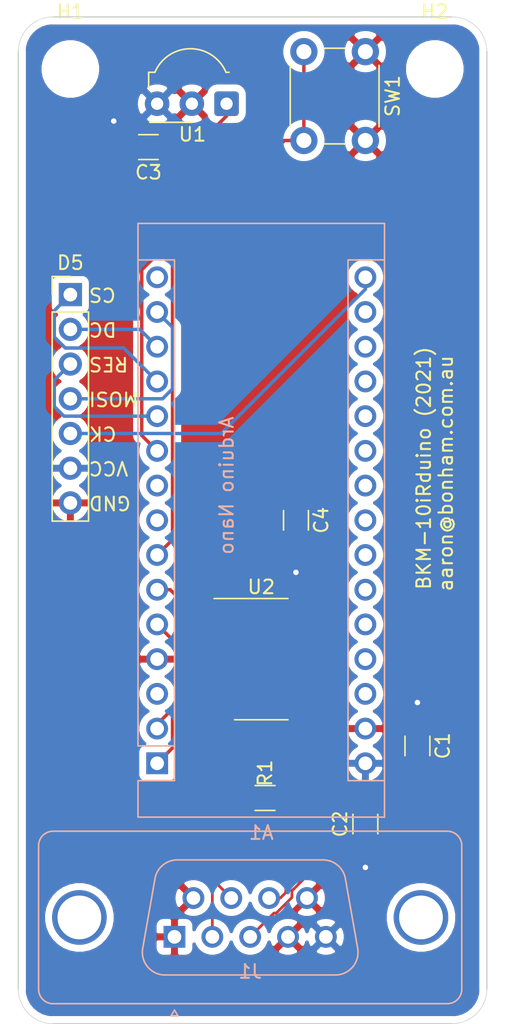
<source format=kicad_pcb>
(kicad_pcb (version 20171130) (host pcbnew "(5.1.10)-1")

  (general
    (thickness 1.6)
    (drawings 17)
    (tracks 103)
    (zones 0)
    (modules 13)
    (nets 36)
  )

  (page A4)
  (layers
    (0 F.Cu mixed)
    (31 B.Cu power)
    (32 B.Adhes user)
    (33 F.Adhes user)
    (34 B.Paste user)
    (35 F.Paste user)
    (36 B.SilkS user)
    (37 F.SilkS user)
    (38 B.Mask user)
    (39 F.Mask user)
    (40 Dwgs.User user)
    (41 Cmts.User user)
    (42 Eco1.User user)
    (43 Eco2.User user)
    (44 Edge.Cuts user)
    (45 Margin user)
    (46 B.CrtYd user)
    (47 F.CrtYd user)
    (48 B.Fab user)
    (49 F.Fab user)
  )

  (setup
    (last_trace_width 0.25)
    (trace_clearance 0.2)
    (zone_clearance 0.508)
    (zone_45_only yes)
    (trace_min 0.2)
    (via_size 0.8)
    (via_drill 0.4)
    (via_min_size 0.4)
    (via_min_drill 0.3)
    (uvia_size 0.3)
    (uvia_drill 0.1)
    (uvias_allowed no)
    (uvia_min_size 0.2)
    (uvia_min_drill 0.1)
    (edge_width 0.05)
    (segment_width 0.2)
    (pcb_text_width 0.3)
    (pcb_text_size 1.5 1.5)
    (mod_edge_width 0.12)
    (mod_text_size 1 1)
    (mod_text_width 0.15)
    (pad_size 2 1.6)
    (pad_drill 1)
    (pad_to_mask_clearance 0)
    (aux_axis_origin 0 0)
    (visible_elements 7FFFFFFF)
    (pcbplotparams
      (layerselection 0x010fc_ffffffff)
      (usegerberextensions true)
      (usegerberattributes true)
      (usegerberadvancedattributes true)
      (creategerberjobfile true)
      (excludeedgelayer true)
      (linewidth 0.100000)
      (plotframeref false)
      (viasonmask false)
      (mode 1)
      (useauxorigin false)
      (hpglpennumber 1)
      (hpglpenspeed 20)
      (hpglpendiameter 15.000000)
      (psnegative false)
      (psa4output false)
      (plotreference true)
      (plotvalue true)
      (plotinvisibletext false)
      (padsonsilk false)
      (subtractmaskfromsilk false)
      (outputformat 1)
      (mirror false)
      (drillshape 0)
      (scaleselection 1)
      (outputdirectory "Gerbers/"))
  )

  (net 0 "")
  (net 1 "Net-(A1-Pad15)")
  (net 2 VCC)
  (net 3 GND)
  (net 4 "Net-(A1-Pad28)")
  (net 5 "Net-(A1-Pad27)")
  (net 6 "Net-(A1-Pad26)")
  (net 7 IR_OUT)
  (net 8 "Net-(A1-Pad25)")
  (net 9 "Net-(A1-Pad9)")
  (net 10 "Net-(A1-Pad24)")
  (net 11 "Net-(A1-Pad8)")
  (net 12 "Net-(A1-Pad23)")
  (net 13 "Net-(A1-Pad22)")
  (net 14 "Net-(A1-Pad21)")
  (net 15 RS485_TX_ENABLE)
  (net 16 "Net-(A1-Pad20)")
  (net 17 "Net-(A1-Pad19)")
  (net 18 "Net-(A1-Pad3)")
  (net 19 "Net-(A1-Pad18)")
  (net 20 "Net-(A1-Pad17)")
  (net 21 RS485_TX)
  (net 22 SCK)
  (net 23 MOSI)
  (net 24 DC)
  (net 25 CS)
  (net 26 RES)
  (net 27 LEARN_BUTTON_IN)
  (net 28 RS485_RX_ENABLE)
  (net 29 RS485_RX)
  (net 30 AB+)
  (net 31 AB-)
  (net 32 YZ+)
  (net 33 YZ-)
  (net 34 "Net-(U2-Pad8)")
  (net 35 "Net-(U2-Pad1)")

  (net_class Default "This is the default net class."
    (clearance 0.2)
    (trace_width 0.25)
    (via_dia 0.8)
    (via_drill 0.4)
    (uvia_dia 0.3)
    (uvia_drill 0.1)
    (add_net AB+)
    (add_net AB-)
    (add_net CS)
    (add_net DC)
    (add_net GND)
    (add_net IR_OUT)
    (add_net LEARN_BUTTON_IN)
    (add_net MOSI)
    (add_net "Net-(A1-Pad15)")
    (add_net "Net-(A1-Pad17)")
    (add_net "Net-(A1-Pad18)")
    (add_net "Net-(A1-Pad19)")
    (add_net "Net-(A1-Pad20)")
    (add_net "Net-(A1-Pad21)")
    (add_net "Net-(A1-Pad22)")
    (add_net "Net-(A1-Pad23)")
    (add_net "Net-(A1-Pad24)")
    (add_net "Net-(A1-Pad25)")
    (add_net "Net-(A1-Pad26)")
    (add_net "Net-(A1-Pad27)")
    (add_net "Net-(A1-Pad28)")
    (add_net "Net-(A1-Pad3)")
    (add_net "Net-(A1-Pad8)")
    (add_net "Net-(A1-Pad9)")
    (add_net "Net-(U2-Pad1)")
    (add_net "Net-(U2-Pad8)")
    (add_net RES)
    (add_net RS485_RX)
    (add_net RS485_RX_ENABLE)
    (add_net RS485_TX)
    (add_net RS485_TX_ENABLE)
    (add_net SCK)
    (add_net VCC)
    (add_net YZ+)
    (add_net YZ-)
  )

  (module Capacitor_SMD:C_1206_3216Metric_Pad1.33x1.80mm_HandSolder (layer F.Cu) (tedit 5F68FEEF) (tstamp 618B6DCA)
    (at 170.18 86.36 270)
    (descr "Capacitor SMD 1206 (3216 Metric), square (rectangular) end terminal, IPC_7351 nominal with elongated pad for handsoldering. (Body size source: IPC-SM-782 page 76, https://www.pcb-3d.com/wordpress/wp-content/uploads/ipc-sm-782a_amendment_1_and_2.pdf), generated with kicad-footprint-generator")
    (tags "capacitor handsolder")
    (path /618B84EF)
    (attr smd)
    (fp_text reference C4 (at 0 -1.85 90) (layer F.SilkS)
      (effects (font (size 1 1) (thickness 0.15)))
    )
    (fp_text value C_Small (at 0 1.85 90) (layer F.Fab)
      (effects (font (size 1 1) (thickness 0.15)))
    )
    (fp_text user %R (at 0 0 90) (layer F.Fab)
      (effects (font (size 0.8 0.8) (thickness 0.12)))
    )
    (fp_line (start -1.6 0.8) (end -1.6 -0.8) (layer F.Fab) (width 0.1))
    (fp_line (start -1.6 -0.8) (end 1.6 -0.8) (layer F.Fab) (width 0.1))
    (fp_line (start 1.6 -0.8) (end 1.6 0.8) (layer F.Fab) (width 0.1))
    (fp_line (start 1.6 0.8) (end -1.6 0.8) (layer F.Fab) (width 0.1))
    (fp_line (start -0.711252 -0.91) (end 0.711252 -0.91) (layer F.SilkS) (width 0.12))
    (fp_line (start -0.711252 0.91) (end 0.711252 0.91) (layer F.SilkS) (width 0.12))
    (fp_line (start -2.48 1.15) (end -2.48 -1.15) (layer F.CrtYd) (width 0.05))
    (fp_line (start -2.48 -1.15) (end 2.48 -1.15) (layer F.CrtYd) (width 0.05))
    (fp_line (start 2.48 -1.15) (end 2.48 1.15) (layer F.CrtYd) (width 0.05))
    (fp_line (start 2.48 1.15) (end -2.48 1.15) (layer F.CrtYd) (width 0.05))
    (pad 2 smd roundrect (at 1.5625 0 270) (size 1.325 1.8) (layers F.Cu F.Paste F.Mask) (roundrect_rratio 0.188679)
      (net 2 VCC))
    (pad 1 smd roundrect (at -1.5625 0 270) (size 1.325 1.8) (layers F.Cu F.Paste F.Mask) (roundrect_rratio 0.188679)
      (net 3 GND))
    (model ${KISYS3DMOD}/Capacitor_SMD.3dshapes/C_1206_3216Metric.wrl
      (at (xyz 0 0 0))
      (scale (xyz 1 1 1))
      (rotate (xyz 0 0 0))
    )
  )

  (module Capacitor_SMD:C_1206_3216Metric_Pad1.33x1.80mm_HandSolder (layer F.Cu) (tedit 5F68FEEF) (tstamp 618B6DB9)
    (at 159.385 59.055 180)
    (descr "Capacitor SMD 1206 (3216 Metric), square (rectangular) end terminal, IPC_7351 nominal with elongated pad for handsoldering. (Body size source: IPC-SM-782 page 76, https://www.pcb-3d.com/wordpress/wp-content/uploads/ipc-sm-782a_amendment_1_and_2.pdf), generated with kicad-footprint-generator")
    (tags "capacitor handsolder")
    (path /618BE106)
    (attr smd)
    (fp_text reference C3 (at 0 -1.85) (layer F.SilkS)
      (effects (font (size 1 1) (thickness 0.15)))
    )
    (fp_text value C_Small (at 0 1.85) (layer F.Fab)
      (effects (font (size 1 1) (thickness 0.15)))
    )
    (fp_text user %R (at 0 0) (layer F.Fab)
      (effects (font (size 0.8 0.8) (thickness 0.12)))
    )
    (fp_line (start -1.6 0.8) (end -1.6 -0.8) (layer F.Fab) (width 0.1))
    (fp_line (start -1.6 -0.8) (end 1.6 -0.8) (layer F.Fab) (width 0.1))
    (fp_line (start 1.6 -0.8) (end 1.6 0.8) (layer F.Fab) (width 0.1))
    (fp_line (start 1.6 0.8) (end -1.6 0.8) (layer F.Fab) (width 0.1))
    (fp_line (start -0.711252 -0.91) (end 0.711252 -0.91) (layer F.SilkS) (width 0.12))
    (fp_line (start -0.711252 0.91) (end 0.711252 0.91) (layer F.SilkS) (width 0.12))
    (fp_line (start -2.48 1.15) (end -2.48 -1.15) (layer F.CrtYd) (width 0.05))
    (fp_line (start -2.48 -1.15) (end 2.48 -1.15) (layer F.CrtYd) (width 0.05))
    (fp_line (start 2.48 -1.15) (end 2.48 1.15) (layer F.CrtYd) (width 0.05))
    (fp_line (start 2.48 1.15) (end -2.48 1.15) (layer F.CrtYd) (width 0.05))
    (pad 2 smd roundrect (at 1.5625 0 180) (size 1.325 1.8) (layers F.Cu F.Paste F.Mask) (roundrect_rratio 0.188679)
      (net 2 VCC))
    (pad 1 smd roundrect (at -1.5625 0 180) (size 1.325 1.8) (layers F.Cu F.Paste F.Mask) (roundrect_rratio 0.188679)
      (net 3 GND))
    (model ${KISYS3DMOD}/Capacitor_SMD.3dshapes/C_1206_3216Metric.wrl
      (at (xyz 0 0 0))
      (scale (xyz 1 1 1))
      (rotate (xyz 0 0 0))
    )
  )

  (module Capacitor_SMD:C_1206_3216Metric_Pad1.33x1.80mm_HandSolder (layer F.Cu) (tedit 5F68FEEF) (tstamp 618BB4B6)
    (at 175.26 108.585 90)
    (descr "Capacitor SMD 1206 (3216 Metric), square (rectangular) end terminal, IPC_7351 nominal with elongated pad for handsoldering. (Body size source: IPC-SM-782 page 76, https://www.pcb-3d.com/wordpress/wp-content/uploads/ipc-sm-782a_amendment_1_and_2.pdf), generated with kicad-footprint-generator")
    (tags "capacitor handsolder")
    (path /618BCDCE)
    (attr smd)
    (fp_text reference C2 (at 0 -1.85 90) (layer F.SilkS)
      (effects (font (size 1 1) (thickness 0.15)))
    )
    (fp_text value C_Small (at 0 1.85 90) (layer F.Fab)
      (effects (font (size 1 1) (thickness 0.15)))
    )
    (fp_text user %R (at 0 0 90) (layer F.Fab)
      (effects (font (size 0.8 0.8) (thickness 0.12)))
    )
    (fp_line (start -1.6 0.8) (end -1.6 -0.8) (layer F.Fab) (width 0.1))
    (fp_line (start -1.6 -0.8) (end 1.6 -0.8) (layer F.Fab) (width 0.1))
    (fp_line (start 1.6 -0.8) (end 1.6 0.8) (layer F.Fab) (width 0.1))
    (fp_line (start 1.6 0.8) (end -1.6 0.8) (layer F.Fab) (width 0.1))
    (fp_line (start -0.711252 -0.91) (end 0.711252 -0.91) (layer F.SilkS) (width 0.12))
    (fp_line (start -0.711252 0.91) (end 0.711252 0.91) (layer F.SilkS) (width 0.12))
    (fp_line (start -2.48 1.15) (end -2.48 -1.15) (layer F.CrtYd) (width 0.05))
    (fp_line (start -2.48 -1.15) (end 2.48 -1.15) (layer F.CrtYd) (width 0.05))
    (fp_line (start 2.48 -1.15) (end 2.48 1.15) (layer F.CrtYd) (width 0.05))
    (fp_line (start 2.48 1.15) (end -2.48 1.15) (layer F.CrtYd) (width 0.05))
    (pad 2 smd roundrect (at 1.5625 0 90) (size 1.325 1.8) (layers F.Cu F.Paste F.Mask) (roundrect_rratio 0.188679)
      (net 3 GND))
    (pad 1 smd roundrect (at -1.5625 0 90) (size 1.325 1.8) (layers F.Cu F.Paste F.Mask) (roundrect_rratio 0.188679)
      (net 2 VCC))
    (model ${KISYS3DMOD}/Capacitor_SMD.3dshapes/C_1206_3216Metric.wrl
      (at (xyz 0 0 0))
      (scale (xyz 1 1 1))
      (rotate (xyz 0 0 0))
    )
  )

  (module Capacitor_SMD:C_1206_3216Metric_Pad1.33x1.80mm_HandSolder (layer F.Cu) (tedit 5F68FEEF) (tstamp 618BAAD1)
    (at 179.07 102.87 270)
    (descr "Capacitor SMD 1206 (3216 Metric), square (rectangular) end terminal, IPC_7351 nominal with elongated pad for handsoldering. (Body size source: IPC-SM-782 page 76, https://www.pcb-3d.com/wordpress/wp-content/uploads/ipc-sm-782a_amendment_1_and_2.pdf), generated with kicad-footprint-generator")
    (tags "capacitor handsolder")
    (path /618968F9)
    (attr smd)
    (fp_text reference C1 (at 0 -1.85 90) (layer F.SilkS)
      (effects (font (size 1 1) (thickness 0.15)))
    )
    (fp_text value C_Small (at 0 1.85 90) (layer F.Fab)
      (effects (font (size 1 1) (thickness 0.15)))
    )
    (fp_line (start 2.48 1.15) (end -2.48 1.15) (layer F.CrtYd) (width 0.05))
    (fp_line (start 2.48 -1.15) (end 2.48 1.15) (layer F.CrtYd) (width 0.05))
    (fp_line (start -2.48 -1.15) (end 2.48 -1.15) (layer F.CrtYd) (width 0.05))
    (fp_line (start -2.48 1.15) (end -2.48 -1.15) (layer F.CrtYd) (width 0.05))
    (fp_line (start -0.711252 0.91) (end 0.711252 0.91) (layer F.SilkS) (width 0.12))
    (fp_line (start -0.711252 -0.91) (end 0.711252 -0.91) (layer F.SilkS) (width 0.12))
    (fp_line (start 1.6 0.8) (end -1.6 0.8) (layer F.Fab) (width 0.1))
    (fp_line (start 1.6 -0.8) (end 1.6 0.8) (layer F.Fab) (width 0.1))
    (fp_line (start -1.6 -0.8) (end 1.6 -0.8) (layer F.Fab) (width 0.1))
    (fp_line (start -1.6 0.8) (end -1.6 -0.8) (layer F.Fab) (width 0.1))
    (fp_text user %R (at 0 0 90) (layer F.Fab)
      (effects (font (size 0.8 0.8) (thickness 0.12)))
    )
    (pad 1 smd roundrect (at -1.5625 0 270) (size 1.325 1.8) (layers F.Cu F.Paste F.Mask) (roundrect_rratio 0.188679)
      (net 2 VCC))
    (pad 2 smd roundrect (at 1.5625 0 270) (size 1.325 1.8) (layers F.Cu F.Paste F.Mask) (roundrect_rratio 0.188679)
      (net 3 GND))
    (model ${KISYS3DMOD}/Capacitor_SMD.3dshapes/C_1206_3216Metric.wrl
      (at (xyz 0 0 0))
      (scale (xyz 1 1 1))
      (rotate (xyz 0 0 0))
    )
  )

  (module MountingHole:MountingHole_3.2mm_M3 (layer F.Cu) (tedit 56D1B4CB) (tstamp 619F49B6)
    (at 180.34 53.34)
    (descr "Mounting Hole 3.2mm, no annular, M3")
    (tags "mounting hole 3.2mm no annular m3")
    (path /61A0E14E)
    (attr virtual)
    (fp_text reference H2 (at 0 -4.2) (layer F.SilkS)
      (effects (font (size 1 1) (thickness 0.15)))
    )
    (fp_text value MountingHole (at 0 4.2) (layer F.Fab)
      (effects (font (size 1 1) (thickness 0.15)))
    )
    (fp_text user %R (at 0.3 0) (layer F.Fab)
      (effects (font (size 1 1) (thickness 0.15)))
    )
    (fp_circle (center 0 0) (end 3.2 0) (layer Cmts.User) (width 0.15))
    (fp_circle (center 0 0) (end 3.45 0) (layer F.CrtYd) (width 0.05))
    (pad 1 np_thru_hole circle (at 0 0) (size 3.2 3.2) (drill 3.2) (layers *.Cu *.Mask))
  )

  (module MountingHole:MountingHole_3.2mm_M3 (layer F.Cu) (tedit 56D1B4CB) (tstamp 619F49AE)
    (at 153.67 53.34)
    (descr "Mounting Hole 3.2mm, no annular, M3")
    (tags "mounting hole 3.2mm no annular m3")
    (path /61A0BC8D)
    (attr virtual)
    (fp_text reference H1 (at 0 -4.2) (layer F.SilkS)
      (effects (font (size 1 1) (thickness 0.15)))
    )
    (fp_text value MountingHole (at 0 4.2) (layer F.Fab)
      (effects (font (size 1 1) (thickness 0.15)))
    )
    (fp_text user %R (at 0.3 0) (layer F.Fab)
      (effects (font (size 1 1) (thickness 0.15)))
    )
    (fp_circle (center 0 0) (end 3.2 0) (layer Cmts.User) (width 0.15))
    (fp_circle (center 0 0) (end 3.45 0) (layer F.CrtYd) (width 0.05))
    (pad 1 np_thru_hole circle (at 0 0) (size 3.2 3.2) (drill 3.2) (layers *.Cu *.Mask))
  )

  (module Package_SO:SOIC-14_3.9x8.7mm_P1.27mm (layer F.Cu) (tedit 5D9F72B1) (tstamp 619F3D5E)
    (at 167.64 96.52)
    (descr "SOIC, 14 Pin (JEDEC MS-012AB, https://www.analog.com/media/en/package-pcb-resources/package/pkg_pdf/soic_narrow-r/r_14.pdf), generated with kicad-footprint-generator ipc_gullwing_generator.py")
    (tags "SOIC SO")
    (path /619EE6CE)
    (attr smd)
    (fp_text reference U2 (at 0 -5.28) (layer F.SilkS)
      (effects (font (size 1 1) (thickness 0.15)))
    )
    (fp_text value ADM3063EARZ-ND (at 0 5.28) (layer F.Fab)
      (effects (font (size 1 1) (thickness 0.15)))
    )
    (fp_text user %R (at 0 0) (layer F.Fab)
      (effects (font (size 0.98 0.98) (thickness 0.15)))
    )
    (fp_line (start 0 4.435) (end 1.95 4.435) (layer F.SilkS) (width 0.12))
    (fp_line (start 0 4.435) (end -1.95 4.435) (layer F.SilkS) (width 0.12))
    (fp_line (start 0 -4.435) (end 1.95 -4.435) (layer F.SilkS) (width 0.12))
    (fp_line (start 0 -4.435) (end -3.45 -4.435) (layer F.SilkS) (width 0.12))
    (fp_line (start -0.975 -4.325) (end 1.95 -4.325) (layer F.Fab) (width 0.1))
    (fp_line (start 1.95 -4.325) (end 1.95 4.325) (layer F.Fab) (width 0.1))
    (fp_line (start 1.95 4.325) (end -1.95 4.325) (layer F.Fab) (width 0.1))
    (fp_line (start -1.95 4.325) (end -1.95 -3.35) (layer F.Fab) (width 0.1))
    (fp_line (start -1.95 -3.35) (end -0.975 -4.325) (layer F.Fab) (width 0.1))
    (fp_line (start -3.7 -4.58) (end -3.7 4.58) (layer F.CrtYd) (width 0.05))
    (fp_line (start -3.7 4.58) (end 3.7 4.58) (layer F.CrtYd) (width 0.05))
    (fp_line (start 3.7 4.58) (end 3.7 -4.58) (layer F.CrtYd) (width 0.05))
    (fp_line (start 3.7 -4.58) (end -3.7 -4.58) (layer F.CrtYd) (width 0.05))
    (pad 14 smd roundrect (at 2.475 -3.81) (size 1.95 0.6) (layers F.Cu F.Paste F.Mask) (roundrect_rratio 0.25)
      (net 2 VCC))
    (pad 13 smd roundrect (at 2.475 -2.54) (size 1.95 0.6) (layers F.Cu F.Paste F.Mask) (roundrect_rratio 0.25)
      (net 2 VCC))
    (pad 12 smd roundrect (at 2.475 -1.27) (size 1.95 0.6) (layers F.Cu F.Paste F.Mask) (roundrect_rratio 0.25)
      (net 31 AB-))
    (pad 11 smd roundrect (at 2.475 0) (size 1.95 0.6) (layers F.Cu F.Paste F.Mask) (roundrect_rratio 0.25)
      (net 30 AB+))
    (pad 10 smd roundrect (at 2.475 1.27) (size 1.95 0.6) (layers F.Cu F.Paste F.Mask) (roundrect_rratio 0.25)
      (net 33 YZ-))
    (pad 9 smd roundrect (at 2.475 2.54) (size 1.95 0.6) (layers F.Cu F.Paste F.Mask) (roundrect_rratio 0.25)
      (net 32 YZ+))
    (pad 8 smd roundrect (at 2.475 3.81) (size 1.95 0.6) (layers F.Cu F.Paste F.Mask) (roundrect_rratio 0.25)
      (net 34 "Net-(U2-Pad8)"))
    (pad 7 smd roundrect (at -2.475 3.81) (size 1.95 0.6) (layers F.Cu F.Paste F.Mask) (roundrect_rratio 0.25)
      (net 3 GND))
    (pad 6 smd roundrect (at -2.475 2.54) (size 1.95 0.6) (layers F.Cu F.Paste F.Mask) (roundrect_rratio 0.25)
      (net 3 GND))
    (pad 5 smd roundrect (at -2.475 1.27) (size 1.95 0.6) (layers F.Cu F.Paste F.Mask) (roundrect_rratio 0.25)
      (net 21 RS485_TX))
    (pad 4 smd roundrect (at -2.475 0) (size 1.95 0.6) (layers F.Cu F.Paste F.Mask) (roundrect_rratio 0.25)
      (net 15 RS485_TX_ENABLE))
    (pad 3 smd roundrect (at -2.475 -1.27) (size 1.95 0.6) (layers F.Cu F.Paste F.Mask) (roundrect_rratio 0.25)
      (net 28 RS485_RX_ENABLE))
    (pad 2 smd roundrect (at -2.475 -2.54) (size 1.95 0.6) (layers F.Cu F.Paste F.Mask) (roundrect_rratio 0.25)
      (net 29 RS485_RX))
    (pad 1 smd roundrect (at -2.475 -3.81) (size 1.95 0.6) (layers F.Cu F.Paste F.Mask) (roundrect_rratio 0.25)
      (net 35 "Net-(U2-Pad1)"))
    (model ${KISYS3DMOD}/Package_SO.3dshapes/SOIC-14_3.9x8.7mm_P1.27mm.wrl
      (at (xyz 0 0 0))
      (scale (xyz 1 1 1))
      (rotate (xyz 0 0 0))
    )
  )

  (module Connector_Dsub:DSUB-9_Male_Vertical_P2.77x2.84mm_MountingHoles (layer B.Cu) (tedit 59FEDEE2) (tstamp 619F5091)
    (at 161.29 116.84)
    (descr "9-pin D-Sub connector, straight/vertical, THT-mount, male, pitch 2.77x2.84mm, distance of mounting holes 25mm, see https://disti-assets.s3.amazonaws.com/tonar/files/datasheets/16730.pdf")
    (tags "9-pin D-Sub connector straight vertical THT male pitch 2.77x2.84mm mounting holes distance 25mm")
    (path /6188EBFE)
    (fp_text reference J1 (at 5.54 2.54) (layer B.SilkS)
      (effects (font (size 1 1) (thickness 0.15)) (justify mirror))
    )
    (fp_text value DB9_Male (at 5.54 -8.73) (layer B.Fab)
      (effects (font (size 1 1) (thickness 0.15)) (justify mirror))
    )
    (fp_line (start -8.885 4.83) (end 19.965 4.83) (layer B.Fab) (width 0.1))
    (fp_line (start 20.965 3.83) (end 20.965 -6.67) (layer B.Fab) (width 0.1))
    (fp_line (start 19.965 -7.67) (end -8.885 -7.67) (layer B.Fab) (width 0.1))
    (fp_line (start -9.885 -6.67) (end -9.885 3.83) (layer B.Fab) (width 0.1))
    (fp_line (start -8.885 4.89) (end 19.965 4.89) (layer B.SilkS) (width 0.12))
    (fp_line (start 21.025 3.83) (end 21.025 -6.67) (layer B.SilkS) (width 0.12))
    (fp_line (start 19.965 -7.73) (end -8.885 -7.73) (layer B.SilkS) (width 0.12))
    (fp_line (start -9.945 -6.67) (end -9.945 3.83) (layer B.SilkS) (width 0.12))
    (fp_line (start -0.25 5.784338) (end 0.25 5.784338) (layer B.SilkS) (width 0.12))
    (fp_line (start 0.25 5.784338) (end 0 5.351325) (layer B.SilkS) (width 0.12))
    (fp_line (start 0 5.351325) (end -0.25 5.784338) (layer B.SilkS) (width 0.12))
    (fp_line (start -0.703194 2.73) (end 11.783194 2.73) (layer B.Fab) (width 0.1))
    (fp_line (start 0.196073 -5.57) (end 10.883927 -5.57) (layer B.Fab) (width 0.1))
    (fp_line (start 13.358887 0.852163) (end 12.459619 -4.247837) (layer B.Fab) (width 0.1))
    (fp_line (start -2.278887 0.852163) (end -1.379619 -4.247837) (layer B.Fab) (width 0.1))
    (fp_line (start -0.691689 2.79) (end 11.771689 2.79) (layer B.SilkS) (width 0.12))
    (fp_line (start 0.207579 -5.63) (end 10.872421 -5.63) (layer B.SilkS) (width 0.12))
    (fp_line (start 13.40647 0.841744) (end 12.507202 -4.258256) (layer B.SilkS) (width 0.12))
    (fp_line (start -2.32647 0.841744) (end -1.427202 -4.258256) (layer B.SilkS) (width 0.12))
    (fp_line (start -10.4 5.35) (end -10.4 -8.2) (layer B.CrtYd) (width 0.05))
    (fp_line (start -10.4 -8.2) (end 21.5 -8.2) (layer B.CrtYd) (width 0.05))
    (fp_line (start 21.5 -8.2) (end 21.5 5.35) (layer B.CrtYd) (width 0.05))
    (fp_line (start 21.5 5.35) (end -10.4 5.35) (layer B.CrtYd) (width 0.05))
    (fp_text user %R (at 5.54 -1.42) (layer B.Fab)
      (effects (font (size 1 1) (thickness 0.15)) (justify mirror))
    )
    (fp_arc (start 10.872421 -3.97) (end 10.872421 -5.63) (angle 80) (layer B.SilkS) (width 0.12))
    (fp_arc (start 0.207579 -3.97) (end 0.207579 -5.63) (angle -80) (layer B.SilkS) (width 0.12))
    (fp_arc (start 11.771689 1.13) (end 11.771689 2.79) (angle -100) (layer B.SilkS) (width 0.12))
    (fp_arc (start -0.691689 1.13) (end -0.691689 2.79) (angle 100) (layer B.SilkS) (width 0.12))
    (fp_arc (start 10.883927 -3.97) (end 10.883927 -5.57) (angle 80) (layer B.Fab) (width 0.1))
    (fp_arc (start 0.196073 -3.97) (end 0.196073 -5.57) (angle -80) (layer B.Fab) (width 0.1))
    (fp_arc (start 11.783194 1.13) (end 11.783194 2.73) (angle -100) (layer B.Fab) (width 0.1))
    (fp_arc (start -0.703194 1.13) (end -0.703194 2.73) (angle 100) (layer B.Fab) (width 0.1))
    (fp_arc (start 19.965 -6.67) (end 21.025 -6.67) (angle -90) (layer B.SilkS) (width 0.12))
    (fp_arc (start -8.885 -6.67) (end -9.945 -6.67) (angle 90) (layer B.SilkS) (width 0.12))
    (fp_arc (start 19.965 3.83) (end 19.965 4.89) (angle -90) (layer B.SilkS) (width 0.12))
    (fp_arc (start -8.885 3.83) (end -9.945 3.83) (angle -90) (layer B.SilkS) (width 0.12))
    (fp_arc (start 19.965 -6.67) (end 20.965 -6.67) (angle -90) (layer B.Fab) (width 0.1))
    (fp_arc (start -8.885 -6.67) (end -9.885 -6.67) (angle 90) (layer B.Fab) (width 0.1))
    (fp_arc (start 19.965 3.83) (end 19.965 4.83) (angle -90) (layer B.Fab) (width 0.1))
    (fp_arc (start -8.885 3.83) (end -9.885 3.83) (angle -90) (layer B.Fab) (width 0.1))
    (pad 0 thru_hole circle (at 18.04 -1.42) (size 4 4) (drill 3.2) (layers *.Cu *.Mask))
    (pad 0 thru_hole circle (at -6.96 -1.42) (size 4 4) (drill 3.2) (layers *.Cu *.Mask))
    (pad 9 thru_hole circle (at 9.695 -2.84) (size 1.6 1.6) (drill 1) (layers *.Cu *.Mask)
      (net 3 GND))
    (pad 8 thru_hole circle (at 6.925 -2.84) (size 1.6 1.6) (drill 1) (layers *.Cu *.Mask)
      (net 30 AB+))
    (pad 7 thru_hole circle (at 4.155 -2.84) (size 1.6 1.6) (drill 1) (layers *.Cu *.Mask)
      (net 33 YZ-))
    (pad 6 thru_hole circle (at 1.385 -2.84) (size 1.6 1.6) (drill 1) (layers *.Cu *.Mask)
      (net 3 GND))
    (pad 5 thru_hole circle (at 11.08 0) (size 1.6 1.6) (drill 1) (layers *.Cu *.Mask)
      (net 2 VCC))
    (pad 4 thru_hole circle (at 8.31 0) (size 1.6 1.6) (drill 1) (layers *.Cu *.Mask)
      (net 3 GND))
    (pad 3 thru_hole circle (at 5.54 0) (size 1.6 1.6) (drill 1) (layers *.Cu *.Mask)
      (net 31 AB-))
    (pad 2 thru_hole circle (at 2.77 0) (size 1.6 1.6) (drill 1) (layers *.Cu *.Mask)
      (net 32 YZ+))
    (pad 1 thru_hole rect (at 0 0) (size 1.6 1.6) (drill 1) (layers *.Cu *.Mask)
      (net 3 GND))
    (model ${KISYS3DMOD}/Connector_Dsub.3dshapes/DSUB-9_Male_Vertical_P2.77x2.84mm_MountingHoles.wrl
      (at (xyz 0 0 0))
      (scale (xyz 1 1 1))
      (rotate (xyz 0 0 0))
    )
  )

  (module Module:Arduino_Nano (layer B.Cu) (tedit 58ACAF70) (tstamp 61894DA1)
    (at 160.02 104.14)
    (descr "Arduino Nano, http://www.mouser.com/pdfdocs/Gravitech_Arduino_Nano3_0.pdf")
    (tags "Arduino Nano")
    (path /61761320)
    (fp_text reference A1 (at 7.62 5.08) (layer B.SilkS)
      (effects (font (size 1 1) (thickness 0.15)) (justify mirror))
    )
    (fp_text value Arduino_Nano_Every (at 8.89 -19.05 -90) (layer B.Fab)
      (effects (font (size 1 1) (thickness 0.15)) (justify mirror))
    )
    (fp_line (start 1.27 -1.27) (end 1.27 1.27) (layer B.SilkS) (width 0.12))
    (fp_line (start 1.27 1.27) (end -1.4 1.27) (layer B.SilkS) (width 0.12))
    (fp_line (start -1.4 -1.27) (end -1.4 -39.5) (layer B.SilkS) (width 0.12))
    (fp_line (start -1.4 3.94) (end -1.4 1.27) (layer B.SilkS) (width 0.12))
    (fp_line (start 13.97 1.27) (end 16.64 1.27) (layer B.SilkS) (width 0.12))
    (fp_line (start 13.97 1.27) (end 13.97 -36.83) (layer B.SilkS) (width 0.12))
    (fp_line (start 13.97 -36.83) (end 16.64 -36.83) (layer B.SilkS) (width 0.12))
    (fp_line (start 1.27 -1.27) (end -1.4 -1.27) (layer B.SilkS) (width 0.12))
    (fp_line (start 1.27 -1.27) (end 1.27 -36.83) (layer B.SilkS) (width 0.12))
    (fp_line (start 1.27 -36.83) (end -1.4 -36.83) (layer B.SilkS) (width 0.12))
    (fp_line (start 3.81 -31.75) (end 11.43 -31.75) (layer B.Fab) (width 0.1))
    (fp_line (start 11.43 -31.75) (end 11.43 -41.91) (layer B.Fab) (width 0.1))
    (fp_line (start 11.43 -41.91) (end 3.81 -41.91) (layer B.Fab) (width 0.1))
    (fp_line (start 3.81 -41.91) (end 3.81 -31.75) (layer B.Fab) (width 0.1))
    (fp_line (start -1.4 -39.5) (end 16.64 -39.5) (layer B.SilkS) (width 0.12))
    (fp_line (start 16.64 -39.5) (end 16.64 3.94) (layer B.SilkS) (width 0.12))
    (fp_line (start 16.64 3.94) (end -1.4 3.94) (layer B.SilkS) (width 0.12))
    (fp_line (start 16.51 -39.37) (end -1.27 -39.37) (layer B.Fab) (width 0.1))
    (fp_line (start -1.27 -39.37) (end -1.27 2.54) (layer B.Fab) (width 0.1))
    (fp_line (start -1.27 2.54) (end 0 3.81) (layer B.Fab) (width 0.1))
    (fp_line (start 0 3.81) (end 16.51 3.81) (layer B.Fab) (width 0.1))
    (fp_line (start 16.51 3.81) (end 16.51 -39.37) (layer B.Fab) (width 0.1))
    (fp_line (start -1.53 4.06) (end 16.75 4.06) (layer B.CrtYd) (width 0.05))
    (fp_line (start -1.53 4.06) (end -1.53 -42.16) (layer B.CrtYd) (width 0.05))
    (fp_line (start 16.75 -42.16) (end 16.75 4.06) (layer B.CrtYd) (width 0.05))
    (fp_line (start 16.75 -42.16) (end -1.53 -42.16) (layer B.CrtYd) (width 0.05))
    (fp_text user %R (at 6.35 -19.05 -90) (layer B.Fab)
      (effects (font (size 1 1) (thickness 0.15)) (justify mirror))
    )
    (pad 16 thru_hole oval (at 15.24 -35.56) (size 1.6 1.6) (drill 1) (layers *.Cu *.Mask)
      (net 22 SCK))
    (pad 15 thru_hole oval (at 0 -35.56) (size 1.6 1.6) (drill 1) (layers *.Cu *.Mask)
      (net 1 "Net-(A1-Pad15)"))
    (pad 30 thru_hole oval (at 15.24 0) (size 1.6 1.6) (drill 1) (layers *.Cu *.Mask)
      (net 2 VCC))
    (pad 14 thru_hole oval (at 0 -33.02) (size 1.6 1.6) (drill 1) (layers *.Cu *.Mask)
      (net 23 MOSI))
    (pad 29 thru_hole oval (at 15.24 -2.54) (size 1.6 1.6) (drill 1) (layers *.Cu *.Mask)
      (net 3 GND))
    (pad 13 thru_hole oval (at 0 -30.48) (size 1.6 1.6) (drill 1) (layers *.Cu *.Mask)
      (net 24 DC))
    (pad 28 thru_hole oval (at 15.24 -5.08) (size 1.6 1.6) (drill 1) (layers *.Cu *.Mask)
      (net 4 "Net-(A1-Pad28)"))
    (pad 12 thru_hole oval (at 0 -27.94) (size 1.6 1.6) (drill 1) (layers *.Cu *.Mask)
      (net 25 CS))
    (pad 27 thru_hole oval (at 15.24 -7.62) (size 1.6 1.6) (drill 1) (layers *.Cu *.Mask)
      (net 5 "Net-(A1-Pad27)"))
    (pad 11 thru_hole oval (at 0 -25.4) (size 1.6 1.6) (drill 1) (layers *.Cu *.Mask)
      (net 26 RES))
    (pad 26 thru_hole oval (at 15.24 -10.16) (size 1.6 1.6) (drill 1) (layers *.Cu *.Mask)
      (net 6 "Net-(A1-Pad26)"))
    (pad 10 thru_hole oval (at 0 -22.86) (size 1.6 1.6) (drill 1) (layers *.Cu *.Mask)
      (net 7 IR_OUT))
    (pad 25 thru_hole oval (at 15.24 -12.7) (size 1.6 1.6) (drill 1) (layers *.Cu *.Mask)
      (net 8 "Net-(A1-Pad25)"))
    (pad 9 thru_hole oval (at 0 -20.32) (size 1.6 1.6) (drill 1) (layers *.Cu *.Mask)
      (net 9 "Net-(A1-Pad9)"))
    (pad 24 thru_hole oval (at 15.24 -15.24) (size 1.6 1.6) (drill 1) (layers *.Cu *.Mask)
      (net 10 "Net-(A1-Pad24)"))
    (pad 8 thru_hole oval (at 0 -17.78) (size 1.6 1.6) (drill 1) (layers *.Cu *.Mask)
      (net 11 "Net-(A1-Pad8)"))
    (pad 23 thru_hole oval (at 15.24 -17.78) (size 1.6 1.6) (drill 1) (layers *.Cu *.Mask)
      (net 12 "Net-(A1-Pad23)"))
    (pad 7 thru_hole oval (at 0 -15.24) (size 1.6 1.6) (drill 1) (layers *.Cu *.Mask)
      (net 27 LEARN_BUTTON_IN))
    (pad 22 thru_hole oval (at 15.24 -20.32) (size 1.6 1.6) (drill 1) (layers *.Cu *.Mask)
      (net 13 "Net-(A1-Pad22)"))
    (pad 6 thru_hole oval (at 0 -12.7) (size 1.6 1.6) (drill 1) (layers *.Cu *.Mask)
      (net 15 RS485_TX_ENABLE))
    (pad 21 thru_hole oval (at 15.24 -22.86) (size 1.6 1.6) (drill 1) (layers *.Cu *.Mask)
      (net 14 "Net-(A1-Pad21)"))
    (pad 5 thru_hole oval (at 0 -10.16) (size 1.6 1.6) (drill 1) (layers *.Cu *.Mask)
      (net 28 RS485_RX_ENABLE))
    (pad 20 thru_hole oval (at 15.24 -25.4) (size 1.6 1.6) (drill 1) (layers *.Cu *.Mask)
      (net 16 "Net-(A1-Pad20)"))
    (pad 4 thru_hole oval (at 0 -7.62) (size 1.6 1.6) (drill 1) (layers *.Cu *.Mask)
      (net 3 GND))
    (pad 19 thru_hole oval (at 15.24 -27.94) (size 1.6 1.6) (drill 1) (layers *.Cu *.Mask)
      (net 17 "Net-(A1-Pad19)"))
    (pad 3 thru_hole oval (at 0 -5.08) (size 1.6 1.6) (drill 1) (layers *.Cu *.Mask)
      (net 18 "Net-(A1-Pad3)"))
    (pad 18 thru_hole oval (at 15.24 -30.48) (size 1.6 1.6) (drill 1) (layers *.Cu *.Mask)
      (net 19 "Net-(A1-Pad18)"))
    (pad 2 thru_hole oval (at 0 -2.54) (size 1.6 1.6) (drill 1) (layers *.Cu *.Mask)
      (net 29 RS485_RX))
    (pad 17 thru_hole oval (at 15.24 -33.02) (size 1.6 1.6) (drill 1) (layers *.Cu *.Mask)
      (net 20 "Net-(A1-Pad17)"))
    (pad 1 thru_hole rect (at 0 0) (size 1.6 1.6) (drill 1) (layers *.Cu *.Mask)
      (net 21 RS485_TX))
    (model ${KISYS3DMOD}/Module.3dshapes/Arduino_Nano_WithMountingHoles.wrl
      (at (xyz 0 0 0))
      (scale (xyz 1 1 1))
      (rotate (xyz 0 0 0))
    )
  )

  (module Resistor_SMD:R_1206_3216Metric_Pad1.30x1.75mm_HandSolder (layer F.Cu) (tedit 5F68FEEE) (tstamp 618BAB2A)
    (at 167.92 106.68)
    (descr "Resistor SMD 1206 (3216 Metric), square (rectangular) end terminal, IPC_7351 nominal with elongated pad for handsoldering. (Body size source: IPC-SM-782 page 72, https://www.pcb-3d.com/wordpress/wp-content/uploads/ipc-sm-782a_amendment_1_and_2.pdf), generated with kicad-footprint-generator")
    (tags "resistor handsolder")
    (path /618A676D)
    (attr smd)
    (fp_text reference R1 (at 0 -1.82 90) (layer F.SilkS)
      (effects (font (size 1 1) (thickness 0.15)))
    )
    (fp_text value R (at 0 1.82) (layer F.Fab)
      (effects (font (size 1 1) (thickness 0.15)))
    )
    (fp_line (start 2.45 1.12) (end -2.45 1.12) (layer F.CrtYd) (width 0.05))
    (fp_line (start 2.45 -1.12) (end 2.45 1.12) (layer F.CrtYd) (width 0.05))
    (fp_line (start -2.45 -1.12) (end 2.45 -1.12) (layer F.CrtYd) (width 0.05))
    (fp_line (start -2.45 1.12) (end -2.45 -1.12) (layer F.CrtYd) (width 0.05))
    (fp_line (start -0.727064 0.91) (end 0.727064 0.91) (layer F.SilkS) (width 0.12))
    (fp_line (start -0.727064 -0.91) (end 0.727064 -0.91) (layer F.SilkS) (width 0.12))
    (fp_line (start 1.6 0.8) (end -1.6 0.8) (layer F.Fab) (width 0.1))
    (fp_line (start 1.6 -0.8) (end 1.6 0.8) (layer F.Fab) (width 0.1))
    (fp_line (start -1.6 -0.8) (end 1.6 -0.8) (layer F.Fab) (width 0.1))
    (fp_line (start -1.6 0.8) (end -1.6 -0.8) (layer F.Fab) (width 0.1))
    (fp_text user %R (at 0 0) (layer F.Fab)
      (effects (font (size 0.8 0.8) (thickness 0.12)))
    )
    (pad 2 smd roundrect (at 1.55 0) (size 1.3 1.75) (layers F.Cu F.Paste F.Mask) (roundrect_rratio 0.1923076923076923)
      (net 33 YZ-))
    (pad 1 smd roundrect (at -1.55 0) (size 1.3 1.75) (layers F.Cu F.Paste F.Mask) (roundrect_rratio 0.1923076923076923)
      (net 32 YZ+))
    (model ${KISYS3DMOD}/Resistor_SMD.3dshapes/R_1206_3216Metric.wrl
      (at (xyz 0 0 0))
      (scale (xyz 1 1 1))
      (rotate (xyz 0 0 0))
    )
  )

  (module Connector_PinHeader_2.54mm:PinHeader_1x07_P2.54mm_Vertical (layer F.Cu) (tedit 59FED5CC) (tstamp 618B9DAF)
    (at 153.67 69.85)
    (descr "Through hole straight pin header, 1x07, 2.54mm pitch, single row")
    (tags "Through hole pin header THT 1x07 2.54mm single row")
    (path /6188AE76)
    (fp_text reference D5 (at 0 -2.33) (layer F.SilkS)
      (effects (font (size 1 1) (thickness 0.15)))
    )
    (fp_text value SH1106 (at 0 17.57) (layer F.Fab)
      (effects (font (size 1 1) (thickness 0.15)))
    )
    (fp_line (start 1.8 -1.8) (end -1.8 -1.8) (layer F.CrtYd) (width 0.05))
    (fp_line (start 1.8 17.05) (end 1.8 -1.8) (layer F.CrtYd) (width 0.05))
    (fp_line (start -1.8 17.05) (end 1.8 17.05) (layer F.CrtYd) (width 0.05))
    (fp_line (start -1.8 -1.8) (end -1.8 17.05) (layer F.CrtYd) (width 0.05))
    (fp_line (start -1.33 -1.33) (end 0 -1.33) (layer F.SilkS) (width 0.12))
    (fp_line (start -1.33 0) (end -1.33 -1.33) (layer F.SilkS) (width 0.12))
    (fp_line (start -1.33 1.27) (end 1.33 1.27) (layer F.SilkS) (width 0.12))
    (fp_line (start 1.33 1.27) (end 1.33 16.57) (layer F.SilkS) (width 0.12))
    (fp_line (start -1.33 1.27) (end -1.33 16.57) (layer F.SilkS) (width 0.12))
    (fp_line (start -1.33 16.57) (end 1.33 16.57) (layer F.SilkS) (width 0.12))
    (fp_line (start -1.27 -0.635) (end -0.635 -1.27) (layer F.Fab) (width 0.1))
    (fp_line (start -1.27 16.51) (end -1.27 -0.635) (layer F.Fab) (width 0.1))
    (fp_line (start 1.27 16.51) (end -1.27 16.51) (layer F.Fab) (width 0.1))
    (fp_line (start 1.27 -1.27) (end 1.27 16.51) (layer F.Fab) (width 0.1))
    (fp_line (start -0.635 -1.27) (end 1.27 -1.27) (layer F.Fab) (width 0.1))
    (fp_text user %R (at 0 7.62 90) (layer F.Fab)
      (effects (font (size 1 1) (thickness 0.15)))
    )
    (pad 7 thru_hole oval (at 0 15.24) (size 1.7 1.7) (drill 1) (layers *.Cu *.Mask)
      (net 3 GND))
    (pad 6 thru_hole oval (at 0 12.7) (size 1.7 1.7) (drill 1) (layers *.Cu *.Mask)
      (net 2 VCC))
    (pad 5 thru_hole oval (at 0 10.16) (size 1.7 1.7) (drill 1) (layers *.Cu *.Mask)
      (net 22 SCK))
    (pad 4 thru_hole oval (at 0 7.62) (size 1.7 1.7) (drill 1) (layers *.Cu *.Mask)
      (net 23 MOSI))
    (pad 3 thru_hole oval (at 0 5.08) (size 1.7 1.7) (drill 1) (layers *.Cu *.Mask)
      (net 26 RES))
    (pad 2 thru_hole oval (at 0 2.54) (size 1.7 1.7) (drill 1) (layers *.Cu *.Mask)
      (net 24 DC))
    (pad 1 thru_hole rect (at 0 0) (size 1.7 1.7) (drill 1) (layers *.Cu *.Mask)
      (net 25 CS))
    (model ${KISYS3DMOD}/Connector_PinHeader_2.54mm.3dshapes/PinHeader_1x07_P2.54mm_Vertical.wrl
      (at (xyz 0 0 0))
      (scale (xyz 1 1 1))
      (rotate (xyz 0 0 0))
    )
  )

  (module bkm10rduino:SW_PUSH_6mm_H5mm (layer F.Cu) (tedit 5A02FE31) (tstamp 61769791)
    (at 175.26 52.07 270)
    (descr "tactile push button, 6x6mm e.g. PHAP33xx series, height=5mm")
    (tags "tact sw push 6mm")
    (path /617A048E)
    (fp_text reference SW1 (at 3.25 -2 90) (layer F.SilkS)
      (effects (font (size 1 1) (thickness 0.15)))
    )
    (fp_text value SW_SPST (at 3.75 6.7 90) (layer F.Fab)
      (effects (font (size 1 1) (thickness 0.15)))
    )
    (fp_circle (center 3.25 2.25) (end 1.25 2.5) (layer F.Fab) (width 0.1))
    (fp_line (start 6.75 3) (end 6.75 1.5) (layer F.SilkS) (width 0.12))
    (fp_line (start 5.5 -1) (end 1 -1) (layer F.SilkS) (width 0.12))
    (fp_line (start -0.25 1.5) (end -0.25 3) (layer F.SilkS) (width 0.12))
    (fp_line (start 1 5.5) (end 5.5 5.5) (layer F.SilkS) (width 0.12))
    (fp_line (start 8 -1.25) (end 8 5.75) (layer F.CrtYd) (width 0.05))
    (fp_line (start 7.75 6) (end -1.25 6) (layer F.CrtYd) (width 0.05))
    (fp_line (start -1.5 5.75) (end -1.5 -1.25) (layer F.CrtYd) (width 0.05))
    (fp_line (start -1.25 -1.5) (end 7.75 -1.5) (layer F.CrtYd) (width 0.05))
    (fp_line (start -1.5 6) (end -1.25 6) (layer F.CrtYd) (width 0.05))
    (fp_line (start -1.5 5.75) (end -1.5 6) (layer F.CrtYd) (width 0.05))
    (fp_line (start -1.5 -1.5) (end -1.25 -1.5) (layer F.CrtYd) (width 0.05))
    (fp_line (start -1.5 -1.25) (end -1.5 -1.5) (layer F.CrtYd) (width 0.05))
    (fp_line (start 8 -1.5) (end 8 -1.25) (layer F.CrtYd) (width 0.05))
    (fp_line (start 7.75 -1.5) (end 8 -1.5) (layer F.CrtYd) (width 0.05))
    (fp_line (start 8 6) (end 8 5.75) (layer F.CrtYd) (width 0.05))
    (fp_line (start 7.75 6) (end 8 6) (layer F.CrtYd) (width 0.05))
    (fp_line (start 0.25 -0.75) (end 3.25 -0.75) (layer F.Fab) (width 0.1))
    (fp_line (start 0.25 5.25) (end 0.25 -0.75) (layer F.Fab) (width 0.1))
    (fp_line (start 6.25 5.25) (end 0.25 5.25) (layer F.Fab) (width 0.1))
    (fp_line (start 6.25 -0.75) (end 6.25 5.25) (layer F.Fab) (width 0.1))
    (fp_line (start 3.25 -0.75) (end 6.25 -0.75) (layer F.Fab) (width 0.1))
    (fp_text user %R (at 3.25 2.25) (layer F.Fab)
      (effects (font (size 1 1) (thickness 0.15)))
    )
    (pad 1 thru_hole circle (at 6.5 0) (size 2 2) (drill 1.1) (layers *.Cu *.Mask)
      (net 3 GND))
    (pad 2 thru_hole circle (at 6.5 4.5) (size 2 2) (drill 1.1) (layers *.Cu *.Mask)
      (net 27 LEARN_BUTTON_IN))
    (pad 1 thru_hole circle (at 0 0) (size 2 2) (drill 1.1) (layers *.Cu *.Mask)
      (net 3 GND))
    (pad 2 thru_hole circle (at 0 4.5) (size 2 2) (drill 1.1) (layers *.Cu *.Mask)
      (net 27 LEARN_BUTTON_IN))
    (model ${KISYS3DMOD}/Button_Switch_THT.3dshapes/SW_PUSH_6mm_H5mm.wrl
      (at (xyz 0 0 0))
      (scale (xyz 1 1 1))
      (rotate (xyz 0 0 0))
    )
  )

  (module OptoDevice:Vishay_MOLD-3Pin placed (layer F.Cu) (tedit 5B888673) (tstamp 61768057)
    (at 165.1 55.88 180)
    (descr "IR Receiver Vishay TSOP-xxxx, MOLD package, see https://www.vishay.com/docs/82669/tsop32s40f.pdf")
    (tags "IR Receiver Vishay TSOP-xxxx MOLD")
    (path /617680C8)
    (fp_text reference U1 (at 2.5 -2.25 180) (layer F.SilkS)
      (effects (font (size 1 1) (thickness 0.15)))
    )
    (fp_text value TSOP343xx (at 2.5 5 180) (layer F.Fab)
      (effects (font (size 1 1) (thickness 0.15)))
    )
    (fp_line (start 5.6 2.2) (end -0.2 2.2) (layer F.Fab) (width 0.1))
    (fp_line (start -0.2 2.2) (end -0.2 -0.5) (layer F.Fab) (width 0.1))
    (fp_line (start 0.55 -1.25) (end 5.6 -1.25) (layer F.Fab) (width 0.1))
    (fp_line (start 5.6 -1.25) (end 5.6 2.2) (layer F.Fab) (width 0.1))
    (fp_line (start 5.7 2.3) (end 5.7 1.1) (layer F.SilkS) (width 0.12))
    (fp_line (start 5.7 2.3) (end 5.24 2.3) (layer F.SilkS) (width 0.12))
    (fp_line (start 5.62 -1.36) (end 2.54 -1.36) (layer F.SilkS) (width 0.12))
    (fp_line (start 6.23 4.13) (end -1.15 4.13) (layer F.CrtYd) (width 0.05))
    (fp_line (start 6.23 4.13) (end 6.23 -1.5) (layer F.CrtYd) (width 0.05))
    (fp_line (start -1.15 -1.5) (end -1.15 4.13) (layer F.CrtYd) (width 0.05))
    (fp_line (start -1.15 -1.5) (end 6.23 -1.5) (layer F.CrtYd) (width 0.05))
    (fp_line (start 0.04 2.3) (end -0.18 2.3) (layer F.SilkS) (width 0.12))
    (fp_line (start 0.55 -1.25) (end -0.2 -0.5) (layer F.Fab) (width 0.1))
    (fp_arc (start 2.64 1.15) (end 5.14 2.25) (angle 132) (layer F.Fab) (width 0.1))
    (fp_arc (start 2.64 1.2) (end 5.24 2.3) (angle 134.1358099) (layer F.SilkS) (width 0.12))
    (fp_text user %R (at 2.675 1.316) (layer F.Fab)
      (effects (font (size 1 1) (thickness 0.15)))
    )
    (pad 3 thru_hole circle (at 5.08 0 180) (size 1.8 1.8) (drill 0.9) (layers *.Cu *.Mask)
      (net 2 VCC))
    (pad 2 thru_hole circle (at 2.54 0 180) (size 1.8 1.8) (drill 0.9) (layers *.Cu *.Mask)
      (net 3 GND))
    (pad 1 thru_hole roundrect (at 0 0 180) (size 1.8 1.8) (drill 0.9) (layers *.Cu *.Mask) (roundrect_rratio 0.138)
      (net 7 IR_OUT))
    (model ${KISYS3DMOD}/OptoDevice.3dshapes/Vishay_MOLD-3Pin.wrl
      (at (xyz 0 0 0))
      (scale (xyz 1 1 1))
      (rotate (xyz 0 0 0))
    )
  )

  (gr_text VCC (at 154.94 82.55 180) (layer F.SilkS)
    (effects (font (size 1 1) (thickness 0.15)) (justify right))
  )
  (gr_arc (start 152.4 120.65) (end 149.86 120.65) (angle -90) (layer Edge.Cuts) (width 0.05) (tstamp 618BCBCD))
  (gr_arc (start 181.61 120.65) (end 181.61 123.19) (angle -90) (layer Edge.Cuts) (width 0.05) (tstamp 618BCBC7))
  (gr_arc (start 181.61 52.07) (end 184.15 52.07) (angle -90) (layer Edge.Cuts) (width 0.05) (tstamp 618BCAC8))
  (gr_arc (start 152.4 52.07) (end 152.4 49.53) (angle -90) (layer Edge.Cuts) (width 0.05))
  (gr_text CK (at 154.94 80.01 180) (layer F.SilkS)
    (effects (font (size 1 1) (thickness 0.15)) (justify right))
  )
  (gr_text "GND\n" (at 154.94 85.09 180) (layer F.SilkS)
    (effects (font (size 1 1) (thickness 0.15)) (justify right))
  )
  (gr_text MOSI (at 154.94 77.47 180) (layer F.SilkS)
    (effects (font (size 1 1) (thickness 0.15)) (justify right))
  )
  (gr_text RES (at 154.94 74.93 180) (layer F.SilkS)
    (effects (font (size 1 1) (thickness 0.15)) (justify right))
  )
  (gr_text DC (at 154.94 72.39 180) (layer F.SilkS)
    (effects (font (size 1 1) (thickness 0.15)) (justify right))
  )
  (gr_text CS (at 154.94 69.85 180) (layer F.SilkS)
    (effects (font (size 1 1) (thickness 0.15)) (justify right))
  )
  (gr_text "BKM-10iRduino (2021)\naaron@bonham.com.au " (at 180.34 82.55 90) (layer F.SilkS)
    (effects (font (size 1 1) (thickness 0.15)))
  )
  (gr_text "Arduino Nano" (at 165.1 83.82 90) (layer B.SilkS)
    (effects (font (size 1 1) (thickness 0.15)) (justify mirror))
  )
  (gr_line (start 184.15 52.07) (end 184.15 120.65) (layer Edge.Cuts) (width 0.1) (tstamp 61894A15))
  (gr_line (start 152.4 49.53) (end 181.61 49.53) (layer Edge.Cuts) (width 0.1))
  (gr_line (start 149.86 120.65) (end 149.86 52.07) (layer Edge.Cuts) (width 0.1))
  (gr_line (start 181.61 123.19) (end 152.4 123.19) (layer Edge.Cuts) (width 0.1))

  (via (at 179.07 99.695) (size 0.8) (drill 0.4) (layers F.Cu B.Cu) (net 2) (tstamp 61894BBC))
  (via (at 175.26 111.76) (size 0.8) (drill 0.4) (layers F.Cu B.Cu) (net 2) (tstamp 618BB4A1))
  (segment (start 170.18 92.645) (end 170.115 92.71) (width 0.25) (layer F.Cu) (net 2))
  (segment (start 170.18 88.4975) (end 170.18 90.17) (width 0.25) (layer F.Cu) (net 2))
  (segment (start 170.115 92.71) (end 170.115 93.98) (width 0.25) (layer F.Cu) (net 2))
  (segment (start 170.18 90.17) (end 170.18 92.645) (width 0.25) (layer F.Cu) (net 2) (tstamp 619F3FBC))
  (via (at 170.18 90.17) (size 0.8) (drill 0.4) (layers F.Cu B.Cu) (net 2))
  (via (at 156.845 57.15) (size 0.8) (drill 0.4) (layers F.Cu B.Cu) (net 2))
  (segment (start 179.07 99.695) (end 179.07 101.3075) (width 0.25) (layer F.Cu) (net 2))
  (segment (start 175.26 111.76) (end 175.26 110.1475) (width 0.25) (layer F.Cu) (net 2))
  (segment (start 156.845 58.0775) (end 157.8225 59.055) (width 0.25) (layer F.Cu) (net 2))
  (segment (start 156.845 57.15) (end 156.845 58.0775) (width 0.25) (layer F.Cu) (net 2))
  (segment (start 157.0775 60.96) (end 158.75 60.96) (width 0.25) (layer F.Cu) (net 3))
  (segment (start 158.894999 68.039999) (end 158.894999 80.154999) (width 0.25) (layer F.Cu) (net 7))
  (segment (start 162.56 64.374998) (end 158.894999 68.039999) (width 0.25) (layer F.Cu) (net 7))
  (segment (start 162.56 59.32) (end 162.56 64.374998) (width 0.25) (layer F.Cu) (net 7))
  (segment (start 165.1 56.78) (end 162.56 59.32) (width 0.25) (layer F.Cu) (net 7))
  (segment (start 158.894999 80.154999) (end 160.02 81.28) (width 0.25) (layer F.Cu) (net 7))
  (segment (start 165.1 55.88) (end 165.1 56.78) (width 0.25) (layer F.Cu) (net 7))
  (segment (start 166.46501 94.903242) (end 166.186758 94.62499) (width 0.25) (layer F.Cu) (net 15))
  (segment (start 166.46501 96.19499) (end 166.46501 94.903242) (width 0.25) (layer F.Cu) (net 15))
  (segment (start 166.14 96.52) (end 166.46501 96.19499) (width 0.25) (layer F.Cu) (net 15))
  (segment (start 165.165 96.52) (end 166.14 96.52) (width 0.25) (layer F.Cu) (net 15))
  (segment (start 160.978232 91.44) (end 160.02 91.44) (width 0.25) (layer F.Cu) (net 15))
  (segment (start 164.163222 94.62499) (end 160.978232 91.44) (width 0.25) (layer F.Cu) (net 15))
  (segment (start 166.186758 94.62499) (end 164.163222 94.62499) (width 0.25) (layer F.Cu) (net 15))
  (segment (start 161.145001 103.014999) (end 160.02 104.14) (width 0.25) (layer F.Cu) (net 21))
  (segment (start 161.145001 100.834999) (end 161.145001 103.014999) (width 0.25) (layer F.Cu) (net 21))
  (segment (start 164.19 97.79) (end 161.145001 100.834999) (width 0.25) (layer F.Cu) (net 21))
  (segment (start 165.165 97.79) (end 164.19 97.79) (width 0.25) (layer F.Cu) (net 21))
  (segment (start 175.26 69.454998) (end 175.26 68.58) (width 0.25) (layer B.Cu) (net 22))
  (segment (start 164.704998 80.01) (end 175.26 69.454998) (width 0.25) (layer B.Cu) (net 22))
  (segment (start 153.67 80.01) (end 164.704998 80.01) (width 0.25) (layer B.Cu) (net 22))
  (segment (start 161.145001 72.245001) (end 160.02 71.12) (width 0.25) (layer B.Cu) (net 23))
  (segment (start 161.145001 76.740001) (end 161.145001 72.245001) (width 0.25) (layer B.Cu) (net 23))
  (segment (start 160.415002 77.47) (end 161.145001 76.740001) (width 0.25) (layer B.Cu) (net 23))
  (segment (start 153.67 77.47) (end 160.415002 77.47) (width 0.25) (layer B.Cu) (net 23))
  (segment (start 158.75 72.39) (end 160.02 73.66) (width 0.25) (layer B.Cu) (net 24))
  (segment (start 153.67 72.39) (end 158.75 72.39) (width 0.25) (layer B.Cu) (net 24))
  (segment (start 157.574999 73.754999) (end 160.02 76.2) (width 0.25) (layer B.Cu) (net 25))
  (segment (start 153.295997 73.754999) (end 157.574999 73.754999) (width 0.25) (layer B.Cu) (net 25))
  (segment (start 152.494999 72.954001) (end 153.295997 73.754999) (width 0.25) (layer B.Cu) (net 25))
  (segment (start 152.494999 71.025001) (end 152.494999 72.954001) (width 0.25) (layer B.Cu) (net 25))
  (segment (start 153.67 69.85) (end 152.494999 71.025001) (width 0.25) (layer B.Cu) (net 25))
  (segment (start 153.200998 78.74) (end 160.02 78.74) (width 0.25) (layer B.Cu) (net 26))
  (segment (start 152.494999 78.034001) (end 153.200998 78.74) (width 0.25) (layer B.Cu) (net 26))
  (segment (start 152.494999 76.105001) (end 152.494999 78.034001) (width 0.25) (layer B.Cu) (net 26))
  (segment (start 153.67 74.93) (end 152.494999 76.105001) (width 0.25) (layer B.Cu) (net 26))
  (segment (start 170.76 52.07) (end 170.76 58.57) (width 0.25) (layer F.Cu) (net 27))
  (segment (start 161.145001 87.774999) (end 160.02 88.9) (width 0.25) (layer F.Cu) (net 27))
  (segment (start 161.145001 69.994999) (end 161.145001 87.774999) (width 0.25) (layer F.Cu) (net 27))
  (segment (start 161.145001 69.454999) (end 161.145001 69.994999) (width 0.25) (layer F.Cu) (net 27))
  (segment (start 170.76 58.57) (end 169.691238 58.57) (width 0.25) (layer F.Cu) (net 27))
  (segment (start 169.345787 58.57) (end 161.145001 66.770786) (width 0.25) (layer F.Cu) (net 27))
  (segment (start 161.145001 66.770786) (end 161.145001 68.435001) (width 0.25) (layer F.Cu) (net 27))
  (segment (start 170.76 58.57) (end 169.345787 58.57) (width 0.25) (layer F.Cu) (net 27))
  (segment (start 161.145001 68.435001) (end 161.145001 69.994999) (width 0.25) (layer F.Cu) (net 27))
  (segment (start 161.145001 67.116237) (end 161.145001 68.435001) (width 0.25) (layer F.Cu) (net 27))
  (segment (start 161.29 95.25) (end 160.02 93.98) (width 0.25) (layer F.Cu) (net 28))
  (segment (start 165.165 95.25) (end 161.29 95.25) (width 0.25) (layer F.Cu) (net 28))
  (segment (start 164.163222 97.14501) (end 160.02 101.288232) (width 0.25) (layer F.Cu) (net 29))
  (segment (start 166.186758 97.14501) (end 164.163222 97.14501) (width 0.25) (layer F.Cu) (net 29))
  (segment (start 166.91502 96.416748) (end 166.186758 97.14501) (width 0.25) (layer F.Cu) (net 29))
  (segment (start 160.02 101.288232) (end 160.02 101.6) (width 0.25) (layer F.Cu) (net 29))
  (segment (start 166.91502 94.716842) (end 166.91502 96.416748) (width 0.25) (layer F.Cu) (net 29))
  (segment (start 166.178178 93.98) (end 166.91502 94.716842) (width 0.25) (layer F.Cu) (net 29))
  (segment (start 165.165 93.98) (end 166.178178 93.98) (width 0.25) (layer F.Cu) (net 29))
  (segment (start 170.115 96.52) (end 170.115 97.18999) (width 0.2) (layer F.Cu) (net 30))
  (segment (start 170.115 97.18999) (end 171.126402 97.18999) (width 0.2) (layer F.Cu) (net 30))
  (segment (start 169.435008 113.285607) (end 169.435008 113.598595) (width 0.2) (layer F.Cu) (net 30))
  (segment (start 169.435008 113.598595) (end 169.033603 114) (width 0.2) (layer F.Cu) (net 30))
  (segment (start 171.126402 97.18999) (end 172.240011 98.303599) (width 0.2) (layer F.Cu) (net 30))
  (segment (start 172.240011 110.480604) (end 169.435008 113.285607) (width 0.2) (layer F.Cu) (net 30))
  (segment (start 169.033603 114) (end 168.215 114) (width 0.2) (layer F.Cu) (net 30))
  (segment (start 172.240011 98.303599) (end 172.240011 110.480604) (width 0.2) (layer F.Cu) (net 30))
  (segment (start 168.743001 115.100001) (end 168.569999 115.100001) (width 0.2) (layer F.Cu) (net 31))
  (segment (start 169.884999 113.958003) (end 168.743001 115.100001) (width 0.2) (layer F.Cu) (net 31))
  (segment (start 170.115 95.25) (end 170.565 95.7) (width 0.2) (layer F.Cu) (net 31))
  (segment (start 169.884999 113.471999) (end 169.884999 113.958003) (width 0.2) (layer F.Cu) (net 31))
  (segment (start 170.906412 95.7) (end 172.690002 97.48359) (width 0.2) (layer F.Cu) (net 31))
  (segment (start 168.569999 115.100001) (end 166.83 116.84) (width 0.2) (layer F.Cu) (net 31))
  (segment (start 172.690002 110.666996) (end 169.884999 113.471999) (width 0.2) (layer F.Cu) (net 31))
  (segment (start 170.565 95.7) (end 170.906412 95.7) (width 0.2) (layer F.Cu) (net 31))
  (segment (start 172.690002 97.48359) (end 172.690002 110.666996) (width 0.2) (layer F.Cu) (net 31))
  (segment (start 170.115 99.06) (end 170.115 99.72999) (width 0.2) (layer F.Cu) (net 32))
  (segment (start 170.115 99.72999) (end 171.126402 99.72999) (width 0.2) (layer F.Cu) (net 32))
  (segment (start 171.39001 99.993598) (end 171.39001 101.65999) (width 0.2) (layer F.Cu) (net 32))
  (segment (start 171.126402 99.72999) (end 171.39001 99.993598) (width 0.2) (layer F.Cu) (net 32))
  (segment (start 171.39001 101.65999) (end 169.151802 103.898198) (width 0.2) (layer F.Cu) (net 32))
  (segment (start 169.151802 103.898198) (end 166.37 106.68) (width 0.2) (layer F.Cu) (net 32))
  (segment (start 164.06 113.065) (end 164.06 116.84) (width 0.2) (layer F.Cu) (net 32))
  (segment (start 164.06 111.453603) (end 164.06 113.065) (width 0.2) (layer F.Cu) (net 32))
  (segment (start 166.37 109.143603) (end 164.06 111.453603) (width 0.2) (layer F.Cu) (net 32))
  (segment (start 166.37 106.68) (end 166.37 109.143603) (width 0.2) (layer F.Cu) (net 32))
  (segment (start 171.840001 101.846396) (end 169.47 104.216397) (width 0.2) (layer F.Cu) (net 33))
  (segment (start 171.840001 99.173589) (end 171.840001 101.846396) (width 0.2) (layer F.Cu) (net 33))
  (segment (start 170.906412 98.24) (end 171.840001 99.173589) (width 0.2) (layer F.Cu) (net 33))
  (segment (start 170.565 98.24) (end 170.906412 98.24) (width 0.2) (layer F.Cu) (net 33))
  (segment (start 170.115 97.79) (end 170.565 98.24) (width 0.2) (layer F.Cu) (net 33))
  (segment (start 169.47 104.216397) (end 169.47 106.68) (width 0.2) (layer F.Cu) (net 33))
  (segment (start 164.51 111.64) (end 164.51 113.065) (width 0.2) (layer F.Cu) (net 33))
  (segment (start 169.47 106.68) (end 164.51 111.64) (width 0.2) (layer F.Cu) (net 33))
  (segment (start 164.51 113.065) (end 165.445 114) (width 0.2) (layer F.Cu) (net 33))

  (zone (net 3) (net_name GND) (layer F.Cu) (tstamp 0) (hatch edge 0.508)
    (connect_pads (clearance 0.508))
    (min_thickness 0.254)
    (fill yes (arc_segments 32) (thermal_gap 0.508) (thermal_bridge_width 0.508))
    (polygon
      (pts
        (xy 184.15 123.19) (xy 149.86 123.19) (xy 149.86 49.53) (xy 184.15 49.53)
      )
    )
    (filled_polygon
      (pts
        (xy 152.366353 50.215) (xy 181.643647 50.215) (xy 181.737956 50.205711) (xy 181.974545 50.228909) (xy 182.325208 50.33478)
        (xy 182.648625 50.506744) (xy 182.932484 50.738254) (xy 183.165965 51.020486) (xy 183.340183 51.342695) (xy 183.448502 51.692614)
        (xy 183.474496 51.939937) (xy 183.465 52.036354) (xy 183.465001 120.683647) (xy 183.474289 120.777951) (xy 183.451091 121.014545)
        (xy 183.34522 121.365206) (xy 183.173257 121.688623) (xy 182.941748 121.972482) (xy 182.659514 122.205965) (xy 182.337304 122.380184)
        (xy 181.987385 122.488502) (xy 181.740064 122.514496) (xy 181.643647 122.505) (xy 152.366353 122.505) (xy 152.272044 122.514289)
        (xy 152.035455 122.491091) (xy 151.684794 122.38522) (xy 151.361377 122.213257) (xy 151.077518 121.981748) (xy 150.844035 121.699514)
        (xy 150.669816 121.377304) (xy 150.561498 121.027385) (xy 150.535504 120.780064) (xy 150.545 120.683647) (xy 150.545 115.160475)
        (xy 151.695 115.160475) (xy 151.695 115.679525) (xy 151.796261 116.188601) (xy 151.994893 116.668141) (xy 152.283262 117.099715)
        (xy 152.650285 117.466738) (xy 153.081859 117.755107) (xy 153.561399 117.953739) (xy 154.070475 118.055) (xy 154.589525 118.055)
        (xy 155.098601 117.953739) (xy 155.578141 117.755107) (xy 155.75041 117.64) (xy 159.851928 117.64) (xy 159.864188 117.764482)
        (xy 159.900498 117.88418) (xy 159.959463 117.994494) (xy 160.038815 118.091185) (xy 160.135506 118.170537) (xy 160.24582 118.229502)
        (xy 160.365518 118.265812) (xy 160.49 118.278072) (xy 161.00425 118.275) (xy 161.163 118.11625) (xy 161.163 116.967)
        (xy 160.01375 116.967) (xy 159.855 117.12575) (xy 159.851928 117.64) (xy 155.75041 117.64) (xy 156.009715 117.466738)
        (xy 156.376738 117.099715) (xy 156.665107 116.668141) (xy 156.863739 116.188601) (xy 156.893297 116.04) (xy 159.851928 116.04)
        (xy 159.855 116.55425) (xy 160.01375 116.713) (xy 161.163 116.713) (xy 161.163 115.56375) (xy 161.417 115.56375)
        (xy 161.417 116.713) (xy 161.437 116.713) (xy 161.437 116.967) (xy 161.417 116.967) (xy 161.417 118.11625)
        (xy 161.57575 118.275) (xy 162.09 118.278072) (xy 162.214482 118.265812) (xy 162.33418 118.229502) (xy 162.444494 118.170537)
        (xy 162.541185 118.091185) (xy 162.620537 117.994494) (xy 162.679502 117.88418) (xy 162.715812 117.764482) (xy 162.728072 117.64)
        (xy 162.726461 117.370387) (xy 162.78832 117.519727) (xy 162.945363 117.754759) (xy 163.145241 117.954637) (xy 163.380273 118.11168)
        (xy 163.641426 118.219853) (xy 163.918665 118.275) (xy 164.201335 118.275) (xy 164.478574 118.219853) (xy 164.739727 118.11168)
        (xy 164.974759 117.954637) (xy 165.174637 117.754759) (xy 165.33168 117.519727) (xy 165.439853 117.258574) (xy 165.445 117.232699)
        (xy 165.450147 117.258574) (xy 165.55832 117.519727) (xy 165.715363 117.754759) (xy 165.915241 117.954637) (xy 166.150273 118.11168)
        (xy 166.411426 118.219853) (xy 166.688665 118.275) (xy 166.971335 118.275) (xy 167.248574 118.219853) (xy 167.509727 118.11168)
        (xy 167.744759 117.954637) (xy 167.866694 117.832702) (xy 168.786903 117.832702) (xy 168.858486 118.076671) (xy 169.113996 118.197571)
        (xy 169.388184 118.2663) (xy 169.670512 118.280217) (xy 169.95013 118.238787) (xy 170.216292 118.143603) (xy 170.341514 118.076671)
        (xy 170.413097 117.832702) (xy 169.6 117.019605) (xy 168.786903 117.832702) (xy 167.866694 117.832702) (xy 167.944637 117.754759)
        (xy 168.10168 117.519727) (xy 168.209853 117.258574) (xy 168.215513 117.230118) (xy 168.296397 117.456292) (xy 168.363329 117.581514)
        (xy 168.607298 117.653097) (xy 169.420395 116.84) (xy 169.779605 116.84) (xy 170.592702 117.653097) (xy 170.836671 117.581514)
        (xy 170.957571 117.326004) (xy 170.983212 117.223711) (xy 170.990147 117.258574) (xy 171.09832 117.519727) (xy 171.255363 117.754759)
        (xy 171.455241 117.954637) (xy 171.690273 118.11168) (xy 171.951426 118.219853) (xy 172.228665 118.275) (xy 172.511335 118.275)
        (xy 172.788574 118.219853) (xy 173.049727 118.11168) (xy 173.284759 117.954637) (xy 173.484637 117.754759) (xy 173.64168 117.519727)
        (xy 173.749853 117.258574) (xy 173.805 116.981335) (xy 173.805 116.698665) (xy 173.749853 116.421426) (xy 173.64168 116.160273)
        (xy 173.484637 115.925241) (xy 173.284759 115.725363) (xy 173.049727 115.56832) (xy 172.788574 115.460147) (xy 172.511335 115.405)
        (xy 172.228665 115.405) (xy 171.951426 115.460147) (xy 171.690273 115.56832) (xy 171.455241 115.725363) (xy 171.255363 115.925241)
        (xy 171.09832 116.160273) (xy 170.990147 116.421426) (xy 170.984487 116.449882) (xy 170.903603 116.223708) (xy 170.836671 116.098486)
        (xy 170.592702 116.026903) (xy 169.779605 116.84) (xy 169.420395 116.84) (xy 169.406253 116.825858) (xy 169.585858 116.646253)
        (xy 169.6 116.660395) (xy 170.413097 115.847298) (xy 170.341514 115.603329) (xy 170.086004 115.482429) (xy 169.811816 115.4137)
        (xy 169.529488 115.399783) (xy 169.474521 115.407927) (xy 169.889746 114.992702) (xy 170.171903 114.992702) (xy 170.243486 115.236671)
        (xy 170.498996 115.357571) (xy 170.773184 115.4263) (xy 171.055512 115.440217) (xy 171.33513 115.398787) (xy 171.601292 115.303603)
        (xy 171.726514 115.236671) (xy 171.74887 115.160475) (xy 176.695 115.160475) (xy 176.695 115.679525) (xy 176.796261 116.188601)
        (xy 176.994893 116.668141) (xy 177.283262 117.099715) (xy 177.650285 117.466738) (xy 178.081859 117.755107) (xy 178.561399 117.953739)
        (xy 179.070475 118.055) (xy 179.589525 118.055) (xy 180.098601 117.953739) (xy 180.578141 117.755107) (xy 181.009715 117.466738)
        (xy 181.376738 117.099715) (xy 181.665107 116.668141) (xy 181.863739 116.188601) (xy 181.965 115.679525) (xy 181.965 115.160475)
        (xy 181.863739 114.651399) (xy 181.665107 114.171859) (xy 181.376738 113.740285) (xy 181.009715 113.373262) (xy 180.578141 113.084893)
        (xy 180.098601 112.886261) (xy 179.589525 112.785) (xy 179.070475 112.785) (xy 178.561399 112.886261) (xy 178.081859 113.084893)
        (xy 177.650285 113.373262) (xy 177.283262 113.740285) (xy 176.994893 114.171859) (xy 176.796261 114.651399) (xy 176.695 115.160475)
        (xy 171.74887 115.160475) (xy 171.798097 114.992702) (xy 170.985 114.179605) (xy 170.171903 114.992702) (xy 169.889746 114.992702)
        (xy 170.379192 114.503257) (xy 170.407237 114.480241) (xy 170.499086 114.368323) (xy 170.567336 114.240636) (xy 170.568458 114.236937)
        (xy 170.805395 114) (xy 171.164605 114) (xy 171.977702 114.813097) (xy 172.221671 114.741514) (xy 172.342571 114.486004)
        (xy 172.4113 114.211816) (xy 172.425217 113.929488) (xy 172.383787 113.64987) (xy 172.288603 113.383708) (xy 172.221671 113.258486)
        (xy 171.977702 113.186903) (xy 171.164605 114) (xy 170.805395 114) (xy 170.791253 113.985858) (xy 170.970858 113.806253)
        (xy 170.985 113.820395) (xy 171.798097 113.007298) (xy 171.726514 112.763329) (xy 171.663114 112.73333) (xy 173.184195 111.21225)
        (xy 173.21224 111.189234) (xy 173.304089 111.077316) (xy 173.372339 110.949629) (xy 173.414367 110.811081) (xy 173.425002 110.703101)
        (xy 173.425002 110.703092) (xy 173.428557 110.666997) (xy 173.425002 110.630902) (xy 173.425002 109.734999) (xy 173.721928 109.734999)
        (xy 173.721928 110.560001) (xy 173.738992 110.733255) (xy 173.789528 110.899851) (xy 173.871595 111.053387) (xy 173.982038 111.187962)
        (xy 174.116613 111.298405) (xy 174.270149 111.380472) (xy 174.29394 111.387689) (xy 174.264774 111.458102) (xy 174.225 111.658061)
        (xy 174.225 111.861939) (xy 174.264774 112.061898) (xy 174.342795 112.250256) (xy 174.456063 112.419774) (xy 174.600226 112.563937)
        (xy 174.769744 112.677205) (xy 174.958102 112.755226) (xy 175.158061 112.795) (xy 175.361939 112.795) (xy 175.561898 112.755226)
        (xy 175.750256 112.677205) (xy 175.919774 112.563937) (xy 176.063937 112.419774) (xy 176.177205 112.250256) (xy 176.255226 112.061898)
        (xy 176.295 111.861939) (xy 176.295 111.658061) (xy 176.255226 111.458102) (xy 176.22606 111.387689) (xy 176.249851 111.380472)
        (xy 176.403387 111.298405) (xy 176.537962 111.187962) (xy 176.648405 111.053387) (xy 176.730472 110.899851) (xy 176.781008 110.733255)
        (xy 176.798072 110.560001) (xy 176.798072 109.734999) (xy 176.781008 109.561745) (xy 176.730472 109.395149) (xy 176.648405 109.241613)
        (xy 176.537962 109.107038) (xy 176.403387 108.996595) (xy 176.249851 108.914528) (xy 176.083255 108.863992) (xy 175.910001 108.846928)
        (xy 174.609999 108.846928) (xy 174.436745 108.863992) (xy 174.270149 108.914528) (xy 174.116613 108.996595) (xy 173.982038 109.107038)
        (xy 173.871595 109.241613) (xy 173.789528 109.395149) (xy 173.738992 109.561745) (xy 173.721928 109.734999) (xy 173.425002 109.734999)
        (xy 173.425002 107.685) (xy 173.721928 107.685) (xy 173.734188 107.809482) (xy 173.770498 107.92918) (xy 173.829463 108.039494)
        (xy 173.908815 108.136185) (xy 174.005506 108.215537) (xy 174.11582 108.274502) (xy 174.235518 108.310812) (xy 174.36 108.323072)
        (xy 174.97425 108.32) (xy 175.133 108.16125) (xy 175.133 107.1495) (xy 175.387 107.1495) (xy 175.387 108.16125)
        (xy 175.54575 108.32) (xy 176.16 108.323072) (xy 176.284482 108.310812) (xy 176.40418 108.274502) (xy 176.514494 108.215537)
        (xy 176.611185 108.136185) (xy 176.690537 108.039494) (xy 176.749502 107.92918) (xy 176.785812 107.809482) (xy 176.798072 107.685)
        (xy 176.795 107.30825) (xy 176.63625 107.1495) (xy 175.387 107.1495) (xy 175.133 107.1495) (xy 173.88375 107.1495)
        (xy 173.725 107.30825) (xy 173.721928 107.685) (xy 173.425002 107.685) (xy 173.425002 106.36) (xy 173.721928 106.36)
        (xy 173.725 106.73675) (xy 173.88375 106.8955) (xy 175.133 106.8955) (xy 175.133 105.88375) (xy 175.387 105.88375)
        (xy 175.387 106.8955) (xy 176.63625 106.8955) (xy 176.795 106.73675) (xy 176.798072 106.36) (xy 176.785812 106.235518)
        (xy 176.749502 106.11582) (xy 176.690537 106.005506) (xy 176.611185 105.908815) (xy 176.514494 105.829463) (xy 176.40418 105.770498)
        (xy 176.284482 105.734188) (xy 176.16 105.721928) (xy 175.54575 105.725) (xy 175.387 105.88375) (xy 175.133 105.88375)
        (xy 174.97425 105.725) (xy 174.36 105.721928) (xy 174.235518 105.734188) (xy 174.11582 105.770498) (xy 174.005506 105.829463)
        (xy 173.908815 105.908815) (xy 173.829463 106.005506) (xy 173.770498 106.11582) (xy 173.734188 106.235518) (xy 173.721928 106.36)
        (xy 173.425002 106.36) (xy 173.425002 103.998665) (xy 173.825 103.998665) (xy 173.825 104.281335) (xy 173.880147 104.558574)
        (xy 173.98832 104.819727) (xy 174.145363 105.054759) (xy 174.345241 105.254637) (xy 174.580273 105.41168) (xy 174.841426 105.519853)
        (xy 175.118665 105.575) (xy 175.401335 105.575) (xy 175.678574 105.519853) (xy 175.939727 105.41168) (xy 176.174759 105.254637)
        (xy 176.334396 105.095) (xy 177.531928 105.095) (xy 177.544188 105.219482) (xy 177.580498 105.33918) (xy 177.639463 105.449494)
        (xy 177.718815 105.546185) (xy 177.815506 105.625537) (xy 177.92582 105.684502) (xy 178.045518 105.720812) (xy 178.17 105.733072)
        (xy 178.78425 105.73) (xy 178.943 105.57125) (xy 178.943 104.5595) (xy 179.197 104.5595) (xy 179.197 105.57125)
        (xy 179.35575 105.73) (xy 179.97 105.733072) (xy 180.094482 105.720812) (xy 180.21418 105.684502) (xy 180.324494 105.625537)
        (xy 180.421185 105.546185) (xy 180.500537 105.449494) (xy 180.559502 105.33918) (xy 180.595812 105.219482) (xy 180.608072 105.095)
        (xy 180.605 104.71825) (xy 180.44625 104.5595) (xy 179.197 104.5595) (xy 178.943 104.5595) (xy 177.69375 104.5595)
        (xy 177.535 104.71825) (xy 177.531928 105.095) (xy 176.334396 105.095) (xy 176.374637 105.054759) (xy 176.53168 104.819727)
        (xy 176.639853 104.558574) (xy 176.695 104.281335) (xy 176.695 103.998665) (xy 176.649516 103.77) (xy 177.531928 103.77)
        (xy 177.535 104.14675) (xy 177.69375 104.3055) (xy 178.943 104.3055) (xy 178.943 103.29375) (xy 179.197 103.29375)
        (xy 179.197 104.3055) (xy 180.44625 104.3055) (xy 180.605 104.14675) (xy 180.608072 103.77) (xy 180.595812 103.645518)
        (xy 180.559502 103.52582) (xy 180.500537 103.415506) (xy 180.421185 103.318815) (xy 180.324494 103.239463) (xy 180.21418 103.180498)
        (xy 180.094482 103.144188) (xy 179.97 103.131928) (xy 179.35575 103.135) (xy 179.197 103.29375) (xy 178.943 103.29375)
        (xy 178.78425 103.135) (xy 178.17 103.131928) (xy 178.045518 103.144188) (xy 177.92582 103.180498) (xy 177.815506 103.239463)
        (xy 177.718815 103.318815) (xy 177.639463 103.415506) (xy 177.580498 103.52582) (xy 177.544188 103.645518) (xy 177.531928 103.77)
        (xy 176.649516 103.77) (xy 176.639853 103.721426) (xy 176.53168 103.460273) (xy 176.374637 103.225241) (xy 176.174759 103.025363)
        (xy 175.939727 102.86832) (xy 175.929135 102.863933) (xy 176.115131 102.752385) (xy 176.323519 102.563414) (xy 176.491037 102.33742)
        (xy 176.611246 102.083087) (xy 176.651904 101.949039) (xy 176.529915 101.727) (xy 175.387 101.727) (xy 175.387 101.747)
        (xy 175.133 101.747) (xy 175.133 101.727) (xy 173.990085 101.727) (xy 173.868096 101.949039) (xy 173.908754 102.083087)
        (xy 174.028963 102.33742) (xy 174.196481 102.563414) (xy 174.404869 102.752385) (xy 174.590865 102.863933) (xy 174.580273 102.86832)
        (xy 174.345241 103.025363) (xy 174.145363 103.225241) (xy 173.98832 103.460273) (xy 173.880147 103.721426) (xy 173.825 103.998665)
        (xy 173.425002 103.998665) (xy 173.425002 97.519686) (xy 173.428557 97.483589) (xy 173.425002 97.447492) (xy 173.425002 97.447485)
        (xy 173.414367 97.339505) (xy 173.414038 97.338418) (xy 173.389467 97.25742) (xy 173.372339 97.200957) (xy 173.304089 97.07327)
        (xy 173.240694 96.996024) (xy 173.235255 96.989396) (xy 173.235252 96.989393) (xy 173.212239 96.961352) (xy 173.184199 96.93834)
        (xy 171.7207 95.474842) (xy 171.728072 95.4) (xy 171.728072 95.1) (xy 171.712929 94.946255) (xy 171.668084 94.798418)
        (xy 171.595258 94.662171) (xy 171.556546 94.615) (xy 171.595258 94.567829) (xy 171.668084 94.431582) (xy 171.712929 94.283745)
        (xy 171.728072 94.13) (xy 171.728072 93.83) (xy 171.712929 93.676255) (xy 171.668084 93.528418) (xy 171.595258 93.392171)
        (xy 171.556546 93.345) (xy 171.595258 93.297829) (xy 171.668084 93.161582) (xy 171.712929 93.013745) (xy 171.728072 92.86)
        (xy 171.728072 92.56) (xy 171.712929 92.406255) (xy 171.668084 92.258418) (xy 171.595258 92.122171) (xy 171.497251 92.002749)
        (xy 171.377829 91.904742) (xy 171.241582 91.831916) (xy 171.093745 91.787071) (xy 170.94 91.771928) (xy 170.94 90.873711)
        (xy 170.983937 90.829774) (xy 171.097205 90.660256) (xy 171.175226 90.471898) (xy 171.215 90.271939) (xy 171.215 90.068061)
        (xy 171.175226 89.868102) (xy 171.097205 89.679744) (xy 170.983937 89.510226) (xy 170.94 89.466289) (xy 170.94 89.212238)
        (xy 171.003255 89.206008) (xy 171.169851 89.155472) (xy 171.323387 89.073405) (xy 171.457962 88.962962) (xy 171.568405 88.828387)
        (xy 171.650472 88.674851) (xy 171.701008 88.508255) (xy 171.718072 88.335001) (xy 171.718072 87.509999) (xy 171.701008 87.336745)
        (xy 171.650472 87.170149) (xy 171.568405 87.016613) (xy 171.457962 86.882038) (xy 171.323387 86.771595) (xy 171.169851 86.689528)
        (xy 171.003255 86.638992) (xy 170.830001 86.621928) (xy 169.529999 86.621928) (xy 169.356745 86.638992) (xy 169.190149 86.689528)
        (xy 169.036613 86.771595) (xy 168.902038 86.882038) (xy 168.791595 87.016613) (xy 168.709528 87.170149) (xy 168.658992 87.336745)
        (xy 168.641928 87.509999) (xy 168.641928 88.335001) (xy 168.658992 88.508255) (xy 168.709528 88.674851) (xy 168.791595 88.828387)
        (xy 168.902038 88.962962) (xy 169.036613 89.073405) (xy 169.190149 89.155472) (xy 169.356745 89.206008) (xy 169.42 89.212238)
        (xy 169.420001 89.466288) (xy 169.376063 89.510226) (xy 169.262795 89.679744) (xy 169.184774 89.868102) (xy 169.145 90.068061)
        (xy 169.145 90.271939) (xy 169.184774 90.471898) (xy 169.262795 90.660256) (xy 169.376063 90.829774) (xy 169.42 90.873711)
        (xy 169.420001 91.771928) (xy 169.29 91.771928) (xy 169.136255 91.787071) (xy 168.988418 91.831916) (xy 168.852171 91.904742)
        (xy 168.732749 92.002749) (xy 168.634742 92.122171) (xy 168.561916 92.258418) (xy 168.517071 92.406255) (xy 168.501928 92.56)
        (xy 168.501928 92.86) (xy 168.517071 93.013745) (xy 168.561916 93.161582) (xy 168.634742 93.297829) (xy 168.673454 93.345)
        (xy 168.634742 93.392171) (xy 168.561916 93.528418) (xy 168.517071 93.676255) (xy 168.501928 93.83) (xy 168.501928 94.13)
        (xy 168.517071 94.283745) (xy 168.561916 94.431582) (xy 168.634742 94.567829) (xy 168.673454 94.615) (xy 168.634742 94.662171)
        (xy 168.561916 94.798418) (xy 168.517071 94.946255) (xy 168.501928 95.1) (xy 168.501928 95.4) (xy 168.517071 95.553745)
        (xy 168.561916 95.701582) (xy 168.634742 95.837829) (xy 168.673454 95.885) (xy 168.634742 95.932171) (xy 168.561916 96.068418)
        (xy 168.517071 96.216255) (xy 168.501928 96.37) (xy 168.501928 96.67) (xy 168.517071 96.823745) (xy 168.561916 96.971582)
        (xy 168.634742 97.107829) (xy 168.673454 97.155) (xy 168.634742 97.202171) (xy 168.561916 97.338418) (xy 168.517071 97.486255)
        (xy 168.501928 97.64) (xy 168.501928 97.94) (xy 168.517071 98.093745) (xy 168.561916 98.241582) (xy 168.634742 98.377829)
        (xy 168.673454 98.425) (xy 168.634742 98.472171) (xy 168.561916 98.608418) (xy 168.517071 98.756255) (xy 168.501928 98.91)
        (xy 168.501928 99.21) (xy 168.517071 99.363745) (xy 168.561916 99.511582) (xy 168.634742 99.647829) (xy 168.673454 99.695)
        (xy 168.634742 99.742171) (xy 168.561916 99.878418) (xy 168.517071 100.026255) (xy 168.501928 100.18) (xy 168.501928 100.48)
        (xy 168.517071 100.633745) (xy 168.561916 100.781582) (xy 168.634742 100.917829) (xy 168.732749 101.037251) (xy 168.852171 101.135258)
        (xy 168.988418 101.208084) (xy 169.136255 101.252929) (xy 169.29 101.268072) (xy 170.655011 101.268072) (xy 170.655011 101.355542)
        (xy 168.657613 103.352941) (xy 168.657608 103.352945) (xy 166.837024 105.173529) (xy 166.770001 105.166928) (xy 165.969999 105.166928)
        (xy 165.796745 105.183992) (xy 165.630149 105.234528) (xy 165.476613 105.316595) (xy 165.342038 105.427038) (xy 165.231595 105.561613)
        (xy 165.149528 105.715149) (xy 165.098992 105.881745) (xy 165.081928 106.054999) (xy 165.081928 107.305001) (xy 165.098992 107.478255)
        (xy 165.149528 107.644851) (xy 165.231595 107.798387) (xy 165.342038 107.932962) (xy 165.476613 108.043405) (xy 165.630149 108.125472)
        (xy 165.635001 108.126944) (xy 165.635001 108.839155) (xy 163.565808 110.908349) (xy 163.537762 110.931366) (xy 163.445913 111.043284)
        (xy 163.377663 111.170971) (xy 163.36735 111.204969) (xy 163.335635 111.309518) (xy 163.321444 111.453603) (xy 163.325 111.489708)
        (xy 163.325001 112.720028) (xy 163.161004 112.642429) (xy 162.886816 112.5737) (xy 162.604488 112.559783) (xy 162.32487 112.601213)
        (xy 162.058708 112.696397) (xy 161.933486 112.763329) (xy 161.861903 113.007298) (xy 162.675 113.820395) (xy 162.689143 113.806253)
        (xy 162.868748 113.985858) (xy 162.854605 114) (xy 162.868748 114.014143) (xy 162.689143 114.193748) (xy 162.675 114.179605)
        (xy 161.861903 114.992702) (xy 161.933486 115.236671) (xy 162.188996 115.357571) (xy 162.463184 115.4263) (xy 162.745512 115.440217)
        (xy 163.02513 115.398787) (xy 163.291292 115.303603) (xy 163.325001 115.285586) (xy 163.325001 115.605252) (xy 163.145241 115.725363)
        (xy 162.945363 115.925241) (xy 162.78832 116.160273) (xy 162.726461 116.309613) (xy 162.728072 116.04) (xy 162.715812 115.915518)
        (xy 162.679502 115.79582) (xy 162.620537 115.685506) (xy 162.541185 115.588815) (xy 162.444494 115.509463) (xy 162.33418 115.450498)
        (xy 162.214482 115.414188) (xy 162.09 115.401928) (xy 161.57575 115.405) (xy 161.417 115.56375) (xy 161.163 115.56375)
        (xy 161.00425 115.405) (xy 160.49 115.401928) (xy 160.365518 115.414188) (xy 160.24582 115.450498) (xy 160.135506 115.509463)
        (xy 160.038815 115.588815) (xy 159.959463 115.685506) (xy 159.900498 115.79582) (xy 159.864188 115.915518) (xy 159.851928 116.04)
        (xy 156.893297 116.04) (xy 156.965 115.679525) (xy 156.965 115.160475) (xy 156.863739 114.651399) (xy 156.665107 114.171859)
        (xy 156.597389 114.070512) (xy 161.234783 114.070512) (xy 161.276213 114.35013) (xy 161.371397 114.616292) (xy 161.438329 114.741514)
        (xy 161.682298 114.813097) (xy 162.495395 114) (xy 161.682298 113.186903) (xy 161.438329 113.258486) (xy 161.317429 113.513996)
        (xy 161.2487 113.788184) (xy 161.234783 114.070512) (xy 156.597389 114.070512) (xy 156.376738 113.740285) (xy 156.009715 113.373262)
        (xy 155.578141 113.084893) (xy 155.098601 112.886261) (xy 154.589525 112.785) (xy 154.070475 112.785) (xy 153.561399 112.886261)
        (xy 153.081859 113.084893) (xy 152.650285 113.373262) (xy 152.283262 113.740285) (xy 151.994893 114.171859) (xy 151.796261 114.651399)
        (xy 151.695 115.160475) (xy 150.545 115.160475) (xy 150.545 85.44689) (xy 152.228524 85.44689) (xy 152.273175 85.594099)
        (xy 152.398359 85.85692) (xy 152.572412 86.090269) (xy 152.788645 86.285178) (xy 153.038748 86.434157) (xy 153.313109 86.531481)
        (xy 153.543 86.410814) (xy 153.543 85.217) (xy 153.797 85.217) (xy 153.797 86.410814) (xy 154.026891 86.531481)
        (xy 154.301252 86.434157) (xy 154.551355 86.285178) (xy 154.767588 86.090269) (xy 154.941641 85.85692) (xy 155.066825 85.594099)
        (xy 155.111476 85.44689) (xy 154.990155 85.217) (xy 153.797 85.217) (xy 153.543 85.217) (xy 152.349845 85.217)
        (xy 152.228524 85.44689) (xy 150.545 85.44689) (xy 150.545 69) (xy 152.181928 69) (xy 152.181928 70.7)
        (xy 152.194188 70.824482) (xy 152.230498 70.94418) (xy 152.289463 71.054494) (xy 152.368815 71.151185) (xy 152.465506 71.230537)
        (xy 152.57582 71.289502) (xy 152.64838 71.311513) (xy 152.516525 71.443368) (xy 152.35401 71.686589) (xy 152.242068 71.956842)
        (xy 152.185 72.24374) (xy 152.185 72.53626) (xy 152.242068 72.823158) (xy 152.35401 73.093411) (xy 152.516525 73.336632)
        (xy 152.723368 73.543475) (xy 152.89776 73.66) (xy 152.723368 73.776525) (xy 152.516525 73.983368) (xy 152.35401 74.226589)
        (xy 152.242068 74.496842) (xy 152.185 74.78374) (xy 152.185 75.07626) (xy 152.242068 75.363158) (xy 152.35401 75.633411)
        (xy 152.516525 75.876632) (xy 152.723368 76.083475) (xy 152.89776 76.2) (xy 152.723368 76.316525) (xy 152.516525 76.523368)
        (xy 152.35401 76.766589) (xy 152.242068 77.036842) (xy 152.185 77.32374) (xy 152.185 77.61626) (xy 152.242068 77.903158)
        (xy 152.35401 78.173411) (xy 152.516525 78.416632) (xy 152.723368 78.623475) (xy 152.89776 78.74) (xy 152.723368 78.856525)
        (xy 152.516525 79.063368) (xy 152.35401 79.306589) (xy 152.242068 79.576842) (xy 152.185 79.86374) (xy 152.185 80.15626)
        (xy 152.242068 80.443158) (xy 152.35401 80.713411) (xy 152.516525 80.956632) (xy 152.723368 81.163475) (xy 152.89776 81.28)
        (xy 152.723368 81.396525) (xy 152.516525 81.603368) (xy 152.35401 81.846589) (xy 152.242068 82.116842) (xy 152.185 82.40374)
        (xy 152.185 82.69626) (xy 152.242068 82.983158) (xy 152.35401 83.253411) (xy 152.516525 83.496632) (xy 152.723368 83.703475)
        (xy 152.905534 83.825195) (xy 152.788645 83.894822) (xy 152.572412 84.089731) (xy 152.398359 84.32308) (xy 152.273175 84.585901)
        (xy 152.228524 84.73311) (xy 152.349845 84.963) (xy 153.543 84.963) (xy 153.543 84.943) (xy 153.797 84.943)
        (xy 153.797 84.963) (xy 154.990155 84.963) (xy 155.111476 84.73311) (xy 155.066825 84.585901) (xy 154.941641 84.32308)
        (xy 154.767588 84.089731) (xy 154.551355 83.894822) (xy 154.434466 83.825195) (xy 154.616632 83.703475) (xy 154.823475 83.496632)
        (xy 154.98599 83.253411) (xy 155.097932 82.983158) (xy 155.155 82.69626) (xy 155.155 82.40374) (xy 155.097932 82.116842)
        (xy 154.98599 81.846589) (xy 154.823475 81.603368) (xy 154.616632 81.396525) (xy 154.44224 81.28) (xy 154.616632 81.163475)
        (xy 154.823475 80.956632) (xy 154.98599 80.713411) (xy 155.097932 80.443158) (xy 155.155 80.15626) (xy 155.155 79.86374)
        (xy 155.097932 79.576842) (xy 154.98599 79.306589) (xy 154.823475 79.063368) (xy 154.616632 78.856525) (xy 154.44224 78.74)
        (xy 154.616632 78.623475) (xy 154.823475 78.416632) (xy 154.98599 78.173411) (xy 155.097932 77.903158) (xy 155.155 77.61626)
        (xy 155.155 77.32374) (xy 155.097932 77.036842) (xy 154.98599 76.766589) (xy 154.823475 76.523368) (xy 154.616632 76.316525)
        (xy 154.44224 76.2) (xy 154.616632 76.083475) (xy 154.823475 75.876632) (xy 154.98599 75.633411) (xy 155.097932 75.363158)
        (xy 155.155 75.07626) (xy 155.155 74.78374) (xy 155.097932 74.496842) (xy 154.98599 74.226589) (xy 154.823475 73.983368)
        (xy 154.616632 73.776525) (xy 154.44224 73.66) (xy 154.616632 73.543475) (xy 154.823475 73.336632) (xy 154.98599 73.093411)
        (xy 155.097932 72.823158) (xy 155.155 72.53626) (xy 155.155 72.24374) (xy 155.097932 71.956842) (xy 154.98599 71.686589)
        (xy 154.823475 71.443368) (xy 154.69162 71.311513) (xy 154.76418 71.289502) (xy 154.874494 71.230537) (xy 154.971185 71.151185)
        (xy 155.050537 71.054494) (xy 155.109502 70.94418) (xy 155.145812 70.824482) (xy 155.158072 70.7) (xy 155.158072 69)
        (xy 155.145812 68.875518) (xy 155.109502 68.75582) (xy 155.050537 68.645506) (xy 154.971185 68.548815) (xy 154.874494 68.469463)
        (xy 154.76418 68.410498) (xy 154.644482 68.374188) (xy 154.52 68.361928) (xy 152.82 68.361928) (xy 152.695518 68.374188)
        (xy 152.57582 68.410498) (xy 152.465506 68.469463) (xy 152.368815 68.548815) (xy 152.289463 68.645506) (xy 152.230498 68.75582)
        (xy 152.194188 68.875518) (xy 152.181928 69) (xy 150.545 69) (xy 150.545 68.039999) (xy 158.131323 68.039999)
        (xy 158.134999 68.077321) (xy 158.135 80.117667) (xy 158.131323 80.154999) (xy 158.145997 80.303984) (xy 158.189453 80.447245)
        (xy 158.260025 80.579275) (xy 158.3312 80.666001) (xy 158.354999 80.695) (xy 158.383997 80.718798) (xy 158.621312 80.956113)
        (xy 158.585 81.138665) (xy 158.585 81.421335) (xy 158.640147 81.698574) (xy 158.74832 81.959727) (xy 158.905363 82.194759)
        (xy 159.105241 82.394637) (xy 159.337759 82.55) (xy 159.105241 82.705363) (xy 158.905363 82.905241) (xy 158.74832 83.140273)
        (xy 158.640147 83.401426) (xy 158.585 83.678665) (xy 158.585 83.961335) (xy 158.640147 84.238574) (xy 158.74832 84.499727)
        (xy 158.905363 84.734759) (xy 159.105241 84.934637) (xy 159.337759 85.09) (xy 159.105241 85.245363) (xy 158.905363 85.445241)
        (xy 158.74832 85.680273) (xy 158.640147 85.941426) (xy 158.585 86.218665) (xy 158.585 86.501335) (xy 158.640147 86.778574)
        (xy 158.74832 87.039727) (xy 158.905363 87.274759) (xy 159.105241 87.474637) (xy 159.337759 87.63) (xy 159.105241 87.785363)
        (xy 158.905363 87.985241) (xy 158.74832 88.220273) (xy 158.640147 88.481426) (xy 158.585 88.758665) (xy 158.585 89.041335)
        (xy 158.640147 89.318574) (xy 158.74832 89.579727) (xy 158.905363 89.814759) (xy 159.105241 90.014637) (xy 159.337759 90.17)
        (xy 159.105241 90.325363) (xy 158.905363 90.525241) (xy 158.74832 90.760273) (xy 158.640147 91.021426) (xy 158.585 91.298665)
        (xy 158.585 91.581335) (xy 158.640147 91.858574) (xy 158.74832 92.119727) (xy 158.905363 92.354759) (xy 159.105241 92.554637)
        (xy 159.337759 92.71) (xy 159.105241 92.865363) (xy 158.905363 93.065241) (xy 158.74832 93.300273) (xy 158.640147 93.561426)
        (xy 158.585 93.838665) (xy 158.585 94.121335) (xy 158.640147 94.398574) (xy 158.74832 94.659727) (xy 158.905363 94.894759)
        (xy 159.105241 95.094637) (xy 159.340273 95.25168) (xy 159.350865 95.256067) (xy 159.164869 95.367615) (xy 158.956481 95.556586)
        (xy 158.788963 95.78258) (xy 158.668754 96.036913) (xy 158.628096 96.170961) (xy 158.750085 96.393) (xy 159.893 96.393)
        (xy 159.893 96.373) (xy 160.147 96.373) (xy 160.147 96.393) (xy 161.289915 96.393) (xy 161.411904 96.170961)
        (xy 161.371246 96.036913) (xy 161.358526 96.01) (xy 163.643141 96.01) (xy 163.611916 96.068418) (xy 163.567071 96.216255)
        (xy 163.551928 96.37) (xy 163.551928 96.67) (xy 163.552959 96.680471) (xy 161.431733 98.801697) (xy 161.399853 98.641426)
        (xy 161.29168 98.380273) (xy 161.134637 98.145241) (xy 160.934759 97.945363) (xy 160.699727 97.78832) (xy 160.689135 97.783933)
        (xy 160.875131 97.672385) (xy 161.083519 97.483414) (xy 161.251037 97.25742) (xy 161.371246 97.003087) (xy 161.411904 96.869039)
        (xy 161.289915 96.647) (xy 160.147 96.647) (xy 160.147 96.667) (xy 159.893 96.667) (xy 159.893 96.647)
        (xy 158.750085 96.647) (xy 158.628096 96.869039) (xy 158.668754 97.003087) (xy 158.788963 97.25742) (xy 158.956481 97.483414)
        (xy 159.164869 97.672385) (xy 159.350865 97.783933) (xy 159.340273 97.78832) (xy 159.105241 97.945363) (xy 158.905363 98.145241)
        (xy 158.74832 98.380273) (xy 158.640147 98.641426) (xy 158.585 98.918665) (xy 158.585 99.201335) (xy 158.640147 99.478574)
        (xy 158.74832 99.739727) (xy 158.905363 99.974759) (xy 159.105241 100.174637) (xy 159.337759 100.33) (xy 159.105241 100.485363)
        (xy 158.905363 100.685241) (xy 158.74832 100.920273) (xy 158.640147 101.181426) (xy 158.585 101.458665) (xy 158.585 101.741335)
        (xy 158.640147 102.018574) (xy 158.74832 102.279727) (xy 158.905363 102.514759) (xy 159.103961 102.713357) (xy 159.095518 102.714188)
        (xy 158.97582 102.750498) (xy 158.865506 102.809463) (xy 158.768815 102.888815) (xy 158.689463 102.985506) (xy 158.630498 103.09582)
        (xy 158.594188 103.215518) (xy 158.581928 103.34) (xy 158.581928 104.94) (xy 158.594188 105.064482) (xy 158.630498 105.18418)
        (xy 158.689463 105.294494) (xy 158.768815 105.391185) (xy 158.865506 105.470537) (xy 158.97582 105.529502) (xy 159.095518 105.565812)
        (xy 159.22 105.578072) (xy 160.82 105.578072) (xy 160.944482 105.565812) (xy 161.06418 105.529502) (xy 161.174494 105.470537)
        (xy 161.271185 105.391185) (xy 161.350537 105.294494) (xy 161.409502 105.18418) (xy 161.445812 105.064482) (xy 161.458072 104.94)
        (xy 161.458072 103.77673) (xy 161.656004 103.578798) (xy 161.685002 103.555) (xy 161.779975 103.439275) (xy 161.850547 103.307246)
        (xy 161.894004 103.163985) (xy 161.905001 103.052332) (xy 161.905001 103.052324) (xy 161.908677 103.014999) (xy 161.905001 102.977674)
        (xy 161.905001 101.1498) (xy 162.424801 100.63) (xy 163.551928 100.63) (xy 163.564188 100.754482) (xy 163.600498 100.87418)
        (xy 163.659463 100.984494) (xy 163.738815 101.081185) (xy 163.835506 101.160537) (xy 163.94582 101.219502) (xy 164.065518 101.255812)
        (xy 164.19 101.268072) (xy 164.87925 101.265) (xy 165.038 101.10625) (xy 165.038 100.457) (xy 165.292 100.457)
        (xy 165.292 101.10625) (xy 165.45075 101.265) (xy 166.14 101.268072) (xy 166.264482 101.255812) (xy 166.38418 101.219502)
        (xy 166.494494 101.160537) (xy 166.591185 101.081185) (xy 166.670537 100.984494) (xy 166.729502 100.87418) (xy 166.765812 100.754482)
        (xy 166.778072 100.63) (xy 166.775 100.61575) (xy 166.61625 100.457) (xy 165.292 100.457) (xy 165.038 100.457)
        (xy 163.71375 100.457) (xy 163.555 100.61575) (xy 163.551928 100.63) (xy 162.424801 100.63) (xy 163.565615 99.489187)
        (xy 163.600498 99.60418) (xy 163.649043 99.695) (xy 163.600498 99.78582) (xy 163.564188 99.905518) (xy 163.551928 100.03)
        (xy 163.555 100.04425) (xy 163.71375 100.203) (xy 165.038 100.203) (xy 165.038 99.187) (xy 165.292 99.187)
        (xy 165.292 100.203) (xy 166.61625 100.203) (xy 166.775 100.04425) (xy 166.778072 100.03) (xy 166.765812 99.905518)
        (xy 166.729502 99.78582) (xy 166.680957 99.695) (xy 166.729502 99.60418) (xy 166.765812 99.484482) (xy 166.778072 99.36)
        (xy 166.775 99.34575) (xy 166.61625 99.187) (xy 165.292 99.187) (xy 165.038 99.187) (xy 165.018 99.187)
        (xy 165.018 98.933) (xy 165.038 98.933) (xy 165.038 98.913) (xy 165.292 98.913) (xy 165.292 98.933)
        (xy 166.61625 98.933) (xy 166.775 98.77425) (xy 166.778072 98.76) (xy 166.765812 98.635518) (xy 166.729502 98.51582)
        (xy 166.670537 98.405506) (xy 166.64627 98.375936) (xy 166.718084 98.241582) (xy 166.762929 98.093745) (xy 166.778072 97.94)
        (xy 166.778072 97.64) (xy 166.777041 97.629528) (xy 167.426022 96.980547) (xy 167.455021 96.956749) (xy 167.481352 96.924665)
        (xy 167.549994 96.841025) (xy 167.620566 96.708995) (xy 167.632702 96.668986) (xy 167.664023 96.565734) (xy 167.67502 96.454081)
        (xy 167.67502 96.454071) (xy 167.678696 96.416748) (xy 167.67502 96.379426) (xy 167.67502 94.754165) (xy 167.678696 94.716842)
        (xy 167.67502 94.679519) (xy 167.67502 94.679509) (xy 167.664023 94.567856) (xy 167.620566 94.424595) (xy 167.57147 94.332744)
        (xy 167.549994 94.292565) (xy 167.478819 94.205839) (xy 167.455021 94.176841) (xy 167.426024 94.153044) (xy 166.741981 93.469002)
        (xy 166.718179 93.439999) (xy 166.615052 93.355365) (xy 166.606546 93.345) (xy 166.645258 93.297829) (xy 166.718084 93.161582)
        (xy 166.762929 93.013745) (xy 166.778072 92.86) (xy 166.778072 92.56) (xy 166.762929 92.406255) (xy 166.718084 92.258418)
        (xy 166.645258 92.122171) (xy 166.547251 92.002749) (xy 166.427829 91.904742) (xy 166.291582 91.831916) (xy 166.143745 91.787071)
        (xy 165.99 91.771928) (xy 164.34 91.771928) (xy 164.186255 91.787071) (xy 164.038418 91.831916) (xy 163.902171 91.904742)
        (xy 163.782749 92.002749) (xy 163.684742 92.122171) (xy 163.611916 92.258418) (xy 163.567071 92.406255) (xy 163.551928 92.56)
        (xy 163.551928 92.86) (xy 163.560548 92.947514) (xy 161.542036 90.929003) (xy 161.518233 90.899999) (xy 161.402508 90.805026)
        (xy 161.276623 90.737738) (xy 161.134637 90.525241) (xy 160.934759 90.325363) (xy 160.702241 90.17) (xy 160.934759 90.014637)
        (xy 161.134637 89.814759) (xy 161.29168 89.579727) (xy 161.399853 89.318574) (xy 161.455 89.041335) (xy 161.455 88.758665)
        (xy 161.418688 88.576114) (xy 161.656004 88.338798) (xy 161.685002 88.315) (xy 161.779975 88.199275) (xy 161.850547 88.067246)
        (xy 161.894004 87.923985) (xy 161.905001 87.812332) (xy 161.905001 87.812324) (xy 161.908677 87.774999) (xy 161.905001 87.737674)
        (xy 161.905001 85.46) (xy 168.641928 85.46) (xy 168.654188 85.584482) (xy 168.690498 85.70418) (xy 168.749463 85.814494)
        (xy 168.828815 85.911185) (xy 168.925506 85.990537) (xy 169.03582 86.049502) (xy 169.155518 86.085812) (xy 169.28 86.098072)
        (xy 169.89425 86.095) (xy 170.053 85.93625) (xy 170.053 84.9245) (xy 170.307 84.9245) (xy 170.307 85.93625)
        (xy 170.46575 86.095) (xy 171.08 86.098072) (xy 171.204482 86.085812) (xy 171.32418 86.049502) (xy 171.434494 85.990537)
        (xy 171.531185 85.911185) (xy 171.610537 85.814494) (xy 171.669502 85.70418) (xy 171.705812 85.584482) (xy 171.718072 85.46)
        (xy 171.715 85.08325) (xy 171.55625 84.9245) (xy 170.307 84.9245) (xy 170.053 84.9245) (xy 168.80375 84.9245)
        (xy 168.645 85.08325) (xy 168.641928 85.46) (xy 161.905001 85.46) (xy 161.905001 84.135) (xy 168.641928 84.135)
        (xy 168.645 84.51175) (xy 168.80375 84.6705) (xy 170.053 84.6705) (xy 170.053 83.65875) (xy 170.307 83.65875)
        (xy 170.307 84.6705) (xy 171.55625 84.6705) (xy 171.715 84.51175) (xy 171.718072 84.135) (xy 171.705812 84.010518)
        (xy 171.669502 83.89082) (xy 171.610537 83.780506) (xy 171.531185 83.683815) (xy 171.434494 83.604463) (xy 171.32418 83.545498)
        (xy 171.204482 83.509188) (xy 171.08 83.496928) (xy 170.46575 83.5) (xy 170.307 83.65875) (xy 170.053 83.65875)
        (xy 169.89425 83.5) (xy 169.28 83.496928) (xy 169.155518 83.509188) (xy 169.03582 83.545498) (xy 168.925506 83.604463)
        (xy 168.828815 83.683815) (xy 168.749463 83.780506) (xy 168.690498 83.89082) (xy 168.654188 84.010518) (xy 168.641928 84.135)
        (xy 161.905001 84.135) (xy 161.905001 68.438665) (xy 173.825 68.438665) (xy 173.825 68.721335) (xy 173.880147 68.998574)
        (xy 173.98832 69.259727) (xy 174.145363 69.494759) (xy 174.345241 69.694637) (xy 174.577759 69.85) (xy 174.345241 70.005363)
        (xy 174.145363 70.205241) (xy 173.98832 70.440273) (xy 173.880147 70.701426) (xy 173.825 70.978665) (xy 173.825 71.261335)
        (xy 173.880147 71.538574) (xy 173.98832 71.799727) (xy 174.145363 72.034759) (xy 174.345241 72.234637) (xy 174.577759 72.39)
        (xy 174.345241 72.545363) (xy 174.145363 72.745241) (xy 173.98832 72.980273) (xy 173.880147 73.241426) (xy 173.825 73.518665)
        (xy 173.825 73.801335) (xy 173.880147 74.078574) (xy 173.98832 74.339727) (xy 174.145363 74.574759) (xy 174.345241 74.774637)
        (xy 174.577759 74.93) (xy 174.345241 75.085363) (xy 174.145363 75.285241) (xy 173.98832 75.520273) (xy 173.880147 75.781426)
        (xy 173.825 76.058665) (xy 173.825 76.341335) (xy 173.880147 76.618574) (xy 173.98832 76.879727) (xy 174.145363 77.114759)
        (xy 174.345241 77.314637) (xy 174.577759 77.47) (xy 174.345241 77.625363) (xy 174.145363 77.825241) (xy 173.98832 78.060273)
        (xy 173.880147 78.321426) (xy 173.825 78.598665) (xy 173.825 78.881335) (xy 173.880147 79.158574) (xy 173.98832 79.419727)
        (xy 174.145363 79.654759) (xy 174.345241 79.854637) (xy 174.577759 80.01) (xy 174.345241 80.165363) (xy 174.145363 80.365241)
        (xy 173.98832 80.600273) (xy 173.880147 80.861426) (xy 173.825 81.138665) (xy 173.825 81.421335) (xy 173.880147 81.698574)
        (xy 173.98832 81.959727) (xy 174.145363 82.194759) (xy 174.345241 82.394637) (xy 174.577759 82.55) (xy 174.345241 82.705363)
        (xy 174.145363 82.905241) (xy 173.98832 83.140273) (xy 173.880147 83.401426) (xy 173.825 83.678665) (xy 173.825 83.961335)
        (xy 173.880147 84.238574) (xy 173.98832 84.499727) (xy 174.145363 84.734759) (xy 174.345241 84.934637) (xy 174.577759 85.09)
        (xy 174.345241 85.245363) (xy 174.145363 85.445241) (xy 173.98832 85.680273) (xy 173.880147 85.941426) (xy 173.825 86.218665)
        (xy 173.825 86.501335) (xy 173.880147 86.778574) (xy 173.98832 87.039727) (xy 174.145363 87.274759) (xy 174.345241 87.474637)
        (xy 174.577759 87.63) (xy 174.345241 87.785363) (xy 174.145363 87.985241) (xy 173.98832 88.220273) (xy 173.880147 88.481426)
        (xy 173.825 88.758665) (xy 173.825 89.041335) (xy 173.880147 89.318574) (xy 173.98832 89.579727) (xy 174.145363 89.814759)
        (xy 174.345241 90.014637) (xy 174.577759 90.17) (xy 174.345241 90.325363) (xy 174.145363 90.525241) (xy 173.98832 90.760273)
        (xy 173.880147 91.021426) (xy 173.825 91.298665) (xy 173.825 91.581335) (xy 173.880147 91.858574) (xy 173.98832 92.119727)
        (xy 174.145363 92.354759) (xy 174.345241 92.554637) (xy 174.577759 92.71) (xy 174.345241 92.865363) (xy 174.145363 93.065241)
        (xy 173.98832 93.300273) (xy 173.880147 93.561426) (xy 173.825 93.838665) (xy 173.825 94.121335) (xy 173.880147 94.398574)
        (xy 173.98832 94.659727) (xy 174.145363 94.894759) (xy 174.345241 95.094637) (xy 174.577759 95.25) (xy 174.345241 95.405363)
        (xy 174.145363 95.605241) (xy 173.98832 95.840273) (xy 173.880147 96.101426) (xy 173.825 96.378665) (xy 173.825 96.661335)
        (xy 173.880147 96.938574) (xy 173.98832 97.199727) (xy 174.145363 97.434759) (xy 174.345241 97.634637) (xy 174.577759 97.79)
        (xy 174.345241 97.945363) (xy 174.145363 98.145241) (xy 173.98832 98.380273) (xy 173.880147 98.641426) (xy 173.825 98.918665)
        (xy 173.825 99.201335) (xy 173.880147 99.478574) (xy 173.98832 99.739727) (xy 174.145363 99.974759) (xy 174.345241 100.174637)
        (xy 174.580273 100.33168) (xy 174.590865 100.336067) (xy 174.404869 100.447615) (xy 174.196481 100.636586) (xy 174.028963 100.86258)
        (xy 173.908754 101.116913) (xy 173.868096 101.250961) (xy 173.990085 101.473) (xy 175.133 101.473) (xy 175.133 101.453)
        (xy 175.387 101.453) (xy 175.387 101.473) (xy 176.529915 101.473) (xy 176.651904 101.250961) (xy 176.611246 101.116913)
        (xy 176.50636 100.894999) (xy 177.531928 100.894999) (xy 177.531928 101.720001) (xy 177.548992 101.893255) (xy 177.599528 102.059851)
        (xy 177.681595 102.213387) (xy 177.792038 102.347962) (xy 177.926613 102.458405) (xy 178.080149 102.540472) (xy 178.246745 102.591008)
        (xy 178.419999 102.608072) (xy 179.720001 102.608072) (xy 179.893255 102.591008) (xy 180.059851 102.540472) (xy 180.213387 102.458405)
        (xy 180.347962 102.347962) (xy 180.458405 102.213387) (xy 180.540472 102.059851) (xy 180.591008 101.893255) (xy 180.608072 101.720001)
        (xy 180.608072 100.894999) (xy 180.591008 100.721745) (xy 180.540472 100.555149) (xy 180.458405 100.401613) (xy 180.347962 100.267038)
        (xy 180.213387 100.156595) (xy 180.059851 100.074528) (xy 180.03606 100.067311) (xy 180.065226 99.996898) (xy 180.105 99.796939)
        (xy 180.105 99.593061) (xy 180.065226 99.393102) (xy 179.987205 99.204744) (xy 179.873937 99.035226) (xy 179.729774 98.891063)
        (xy 179.560256 98.777795) (xy 179.371898 98.699774) (xy 179.171939 98.66) (xy 178.968061 98.66) (xy 178.768102 98.699774)
        (xy 178.579744 98.777795) (xy 178.410226 98.891063) (xy 178.266063 99.035226) (xy 178.152795 99.204744) (xy 178.074774 99.393102)
        (xy 178.035 99.593061) (xy 178.035 99.796939) (xy 178.074774 99.996898) (xy 178.10394 100.067311) (xy 178.080149 100.074528)
        (xy 177.926613 100.156595) (xy 177.792038 100.267038) (xy 177.681595 100.401613) (xy 177.599528 100.555149) (xy 177.548992 100.721745)
        (xy 177.531928 100.894999) (xy 176.50636 100.894999) (xy 176.491037 100.86258) (xy 176.323519 100.636586) (xy 176.115131 100.447615)
        (xy 175.929135 100.336067) (xy 175.939727 100.33168) (xy 176.174759 100.174637) (xy 176.374637 99.974759) (xy 176.53168 99.739727)
        (xy 176.639853 99.478574) (xy 176.695 99.201335) (xy 176.695 98.918665) (xy 176.639853 98.641426) (xy 176.53168 98.380273)
        (xy 176.374637 98.145241) (xy 176.174759 97.945363) (xy 175.942241 97.79) (xy 176.174759 97.634637) (xy 176.374637 97.434759)
        (xy 176.53168 97.199727) (xy 176.639853 96.938574) (xy 176.695 96.661335) (xy 176.695 96.378665) (xy 176.639853 96.101426)
        (xy 176.53168 95.840273) (xy 176.374637 95.605241) (xy 176.174759 95.405363) (xy 175.942241 95.25) (xy 176.174759 95.094637)
        (xy 176.374637 94.894759) (xy 176.53168 94.659727) (xy 176.639853 94.398574) (xy 176.695 94.121335) (xy 176.695 93.838665)
        (xy 176.639853 93.561426) (xy 176.53168 93.300273) (xy 176.374637 93.065241) (xy 176.174759 92.865363) (xy 175.942241 92.71)
        (xy 176.174759 92.554637) (xy 176.374637 92.354759) (xy 176.53168 92.119727) (xy 176.639853 91.858574) (xy 176.695 91.581335)
        (xy 176.695 91.298665) (xy 176.639853 91.021426) (xy 176.53168 90.760273) (xy 176.374637 90.525241) (xy 176.174759 90.325363)
        (xy 175.942241 90.17) (xy 176.174759 90.014637) (xy 176.374637 89.814759) (xy 176.53168 89.579727) (xy 176.639853 89.318574)
        (xy 176.695 89.041335) (xy 176.695 88.758665) (xy 176.639853 88.481426) (xy 176.53168 88.220273) (xy 176.374637 87.985241)
        (xy 176.174759 87.785363) (xy 175.942241 87.63) (xy 176.174759 87.474637) (xy 176.374637 87.274759) (xy 176.53168 87.039727)
        (xy 176.639853 86.778574) (xy 176.695 86.501335) (xy 176.695 86.218665) (xy 176.639853 85.941426) (xy 176.53168 85.680273)
        (xy 176.374637 85.445241) (xy 176.174759 85.245363) (xy 175.942241 85.09) (xy 176.174759 84.934637) (xy 176.374637 84.734759)
        (xy 176.53168 84.499727) (xy 176.639853 84.238574) (xy 176.695 83.961335) (xy 176.695 83.678665) (xy 176.639853 83.401426)
        (xy 176.53168 83.140273) (xy 176.374637 82.905241) (xy 176.174759 82.705363) (xy 175.942241 82.55) (xy 176.174759 82.394637)
        (xy 176.374637 82.194759) (xy 176.53168 81.959727) (xy 176.639853 81.698574) (xy 176.695 81.421335) (xy 176.695 81.138665)
        (xy 176.639853 80.861426) (xy 176.53168 80.600273) (xy 176.374637 80.365241) (xy 176.174759 80.165363) (xy 175.942241 80.01)
        (xy 176.174759 79.854637) (xy 176.374637 79.654759) (xy 176.53168 79.419727) (xy 176.639853 79.158574) (xy 176.695 78.881335)
        (xy 176.695 78.598665) (xy 176.639853 78.321426) (xy 176.53168 78.060273) (xy 176.374637 77.825241) (xy 176.174759 77.625363)
        (xy 175.942241 77.47) (xy 176.174759 77.314637) (xy 176.374637 77.114759) (xy 176.53168 76.879727) (xy 176.639853 76.618574)
        (xy 176.695 76.341335) (xy 176.695 76.058665) (xy 176.639853 75.781426) (xy 176.53168 75.520273) (xy 176.374637 75.285241)
        (xy 176.174759 75.085363) (xy 175.942241 74.93) (xy 176.174759 74.774637) (xy 176.374637 74.574759) (xy 176.53168 74.339727)
        (xy 176.639853 74.078574) (xy 176.695 73.801335) (xy 176.695 73.518665) (xy 176.639853 73.241426) (xy 176.53168 72.980273)
        (xy 176.374637 72.745241) (xy 176.174759 72.545363) (xy 175.942241 72.39) (xy 176.174759 72.234637) (xy 176.374637 72.034759)
        (xy 176.53168 71.799727) (xy 176.639853 71.538574) (xy 176.695 71.261335) (xy 176.695 70.978665) (xy 176.639853 70.701426)
        (xy 176.53168 70.440273) (xy 176.374637 70.205241) (xy 176.174759 70.005363) (xy 175.942241 69.85) (xy 176.174759 69.694637)
        (xy 176.374637 69.494759) (xy 176.53168 69.259727) (xy 176.639853 68.998574) (xy 176.695 68.721335) (xy 176.695 68.438665)
        (xy 176.639853 68.161426) (xy 176.53168 67.900273) (xy 176.374637 67.665241) (xy 176.174759 67.465363) (xy 175.939727 67.30832)
        (xy 175.678574 67.200147) (xy 175.401335 67.145) (xy 175.118665 67.145) (xy 174.841426 67.200147) (xy 174.580273 67.30832)
        (xy 174.345241 67.465363) (xy 174.145363 67.665241) (xy 173.98832 67.900273) (xy 173.880147 68.161426) (xy 173.825 68.438665)
        (xy 161.905001 68.438665) (xy 161.905001 67.085587) (xy 169.445282 59.545307) (xy 169.490013 59.612252) (xy 169.717748 59.839987)
        (xy 169.985537 60.018918) (xy 170.283088 60.142168) (xy 170.598967 60.205) (xy 170.921033 60.205) (xy 171.236912 60.142168)
        (xy 171.534463 60.018918) (xy 171.802252 59.839987) (xy 171.936826 59.705413) (xy 174.304192 59.705413) (xy 174.399956 59.969814)
        (xy 174.689571 60.110704) (xy 175.001108 60.192384) (xy 175.322595 60.211718) (xy 175.641675 60.167961) (xy 175.946088 60.062795)
        (xy 176.120044 59.969814) (xy 176.215808 59.705413) (xy 175.26 58.749605) (xy 174.304192 59.705413) (xy 171.936826 59.705413)
        (xy 172.029987 59.612252) (xy 172.208918 59.344463) (xy 172.332168 59.046912) (xy 172.395 58.731033) (xy 172.395 58.632595)
        (xy 173.618282 58.632595) (xy 173.662039 58.951675) (xy 173.767205 59.256088) (xy 173.860186 59.430044) (xy 174.124587 59.525808)
        (xy 175.080395 58.57) (xy 175.439605 58.57) (xy 176.395413 59.525808) (xy 176.659814 59.430044) (xy 176.800704 59.140429)
        (xy 176.882384 58.828892) (xy 176.901718 58.507405) (xy 176.857961 58.188325) (xy 176.752795 57.883912) (xy 176.659814 57.709956)
        (xy 176.395413 57.614192) (xy 175.439605 58.57) (xy 175.080395 58.57) (xy 174.124587 57.614192) (xy 173.860186 57.709956)
        (xy 173.719296 57.999571) (xy 173.637616 58.311108) (xy 173.618282 58.632595) (xy 172.395 58.632595) (xy 172.395 58.408967)
        (xy 172.332168 58.093088) (xy 172.208918 57.795537) (xy 172.029987 57.527748) (xy 171.936826 57.434587) (xy 174.304192 57.434587)
        (xy 175.26 58.390395) (xy 176.215808 57.434587) (xy 176.120044 57.170186) (xy 175.830429 57.029296) (xy 175.518892 56.947616)
        (xy 175.197405 56.928282) (xy 174.878325 56.972039) (xy 174.573912 57.077205) (xy 174.399956 57.170186) (xy 174.304192 57.434587)
        (xy 171.936826 57.434587) (xy 171.802252 57.300013) (xy 171.534463 57.121082) (xy 171.52 57.115091) (xy 171.52 53.524909)
        (xy 171.534463 53.518918) (xy 171.802252 53.339987) (xy 171.936826 53.205413) (xy 174.304192 53.205413) (xy 174.399956 53.469814)
        (xy 174.689571 53.610704) (xy 175.001108 53.692384) (xy 175.322595 53.711718) (xy 175.641675 53.667961) (xy 175.946088 53.562795)
        (xy 176.120044 53.469814) (xy 176.215808 53.205413) (xy 176.130267 53.119872) (xy 178.105 53.119872) (xy 178.105 53.560128)
        (xy 178.19089 53.991925) (xy 178.359369 54.398669) (xy 178.603962 54.764729) (xy 178.915271 55.076038) (xy 179.281331 55.320631)
        (xy 179.688075 55.48911) (xy 180.119872 55.575) (xy 180.560128 55.575) (xy 180.991925 55.48911) (xy 181.398669 55.320631)
        (xy 181.764729 55.076038) (xy 182.076038 54.764729) (xy 182.320631 54.398669) (xy 182.48911 53.991925) (xy 182.575 53.560128)
        (xy 182.575 53.119872) (xy 182.48911 52.688075) (xy 182.320631 52.281331) (xy 182.076038 51.915271) (xy 181.764729 51.603962)
        (xy 181.398669 51.359369) (xy 180.991925 51.19089) (xy 180.560128 51.105) (xy 180.119872 51.105) (xy 179.688075 51.19089)
        (xy 179.281331 51.359369) (xy 178.915271 51.603962) (xy 178.603962 51.915271) (xy 178.359369 52.281331) (xy 178.19089 52.688075)
        (xy 178.105 53.119872) (xy 176.130267 53.119872) (xy 175.26 52.249605) (xy 174.304192 53.205413) (xy 171.936826 53.205413)
        (xy 172.029987 53.112252) (xy 172.208918 52.844463) (xy 172.332168 52.546912) (xy 172.395 52.231033) (xy 172.395 52.132595)
        (xy 173.618282 52.132595) (xy 173.662039 52.451675) (xy 173.767205 52.756088) (xy 173.860186 52.930044) (xy 174.124587 53.025808)
        (xy 175.080395 52.07) (xy 175.439605 52.07) (xy 176.395413 53.025808) (xy 176.659814 52.930044) (xy 176.800704 52.640429)
        (xy 176.882384 52.328892) (xy 176.901718 52.007405) (xy 176.857961 51.688325) (xy 176.752795 51.383912) (xy 176.659814 51.209956)
        (xy 176.395413 51.114192) (xy 175.439605 52.07) (xy 175.080395 52.07) (xy 174.124587 51.114192) (xy 173.860186 51.209956)
        (xy 173.719296 51.499571) (xy 173.637616 51.811108) (xy 173.618282 52.132595) (xy 172.395 52.132595) (xy 172.395 51.908967)
        (xy 172.332168 51.593088) (xy 172.208918 51.295537) (xy 172.029987 51.027748) (xy 171.936826 50.934587) (xy 174.304192 50.934587)
        (xy 175.26 51.890395) (xy 176.215808 50.934587) (xy 176.120044 50.670186) (xy 175.830429 50.529296) (xy 175.518892 50.447616)
        (xy 175.197405 50.428282) (xy 174.878325 50.472039) (xy 174.573912 50.577205) (xy 174.399956 50.670186) (xy 174.304192 50.934587)
        (xy 171.936826 50.934587) (xy 171.802252 50.800013) (xy 171.534463 50.621082) (xy 171.236912 50.497832) (xy 170.921033 50.435)
        (xy 170.598967 50.435) (xy 170.283088 50.497832) (xy 169.985537 50.621082) (xy 169.717748 50.800013) (xy 169.490013 51.027748)
        (xy 169.311082 51.295537) (xy 169.187832 51.593088) (xy 169.125 51.908967) (xy 169.125 52.231033) (xy 169.187832 52.546912)
        (xy 169.311082 52.844463) (xy 169.490013 53.112252) (xy 169.717748 53.339987) (xy 169.985537 53.518918) (xy 170 53.524909)
        (xy 170.000001 57.115091) (xy 169.985537 57.121082) (xy 169.717748 57.300013) (xy 169.490013 57.527748) (xy 169.311082 57.795537)
        (xy 169.304948 57.810345) (xy 169.196801 57.820997) (xy 169.05354 57.864454) (xy 168.921511 57.935026) (xy 168.805786 58.029999)
        (xy 168.781988 58.058997) (xy 163.32 63.520986) (xy 163.32 59.634801) (xy 165.536731 57.418072) (xy 165.7516 57.418072)
        (xy 165.924542 57.401039) (xy 166.090838 57.350593) (xy 166.244097 57.268675) (xy 166.37843 57.15843) (xy 166.488675 57.024097)
        (xy 166.570593 56.870838) (xy 166.621039 56.704542) (xy 166.638072 56.5316) (xy 166.638072 55.2284) (xy 166.621039 55.055458)
        (xy 166.570593 54.889162) (xy 166.488675 54.735903) (xy 166.37843 54.60157) (xy 166.244097 54.491325) (xy 166.090838 54.409407)
        (xy 165.924542 54.358961) (xy 165.7516 54.341928) (xy 164.4484 54.341928) (xy 164.275458 54.358961) (xy 164.109162 54.409407)
        (xy 163.955903 54.491325) (xy 163.82157 54.60157) (xy 163.711325 54.735903) (xy 163.629407 54.889162) (xy 163.585412 55.034193)
        (xy 162.739605 55.88) (xy 163.585412 56.725807) (xy 163.629407 56.870838) (xy 163.711325 57.024097) (xy 163.742777 57.062421)
        (xy 162.246051 58.559148) (xy 162.248072 58.155) (xy 162.235812 58.030518) (xy 162.199502 57.91082) (xy 162.140537 57.800506)
        (xy 162.061185 57.703815) (xy 161.964494 57.624463) (xy 161.85418 57.565498) (xy 161.734482 57.529188) (xy 161.61 57.516928)
        (xy 161.23325 57.52) (xy 161.0745 57.67875) (xy 161.0745 58.928) (xy 161.0945 58.928) (xy 161.0945 59.182)
        (xy 161.0745 59.182) (xy 161.0745 60.43125) (xy 161.23325 60.59) (xy 161.61 60.593072) (xy 161.734482 60.580812)
        (xy 161.8 60.560937) (xy 161.800001 64.060195) (xy 158.384002 67.476195) (xy 158.354998 67.499998) (xy 158.29987 67.567173)
        (xy 158.260025 67.615723) (xy 158.222462 67.685998) (xy 158.189453 67.747753) (xy 158.145996 67.891014) (xy 158.134999 68.002667)
        (xy 158.134999 68.002677) (xy 158.131323 68.039999) (xy 150.545 68.039999) (xy 150.545 57.048061) (xy 155.81 57.048061)
        (xy 155.81 57.251939) (xy 155.849774 57.451898) (xy 155.927795 57.640256) (xy 156.041063 57.809774) (xy 156.085001 57.853712)
        (xy 156.085001 58.040168) (xy 156.081324 58.0775) (xy 156.085001 58.114833) (xy 156.095998 58.226486) (xy 156.10918 58.269942)
        (xy 156.139454 58.369746) (xy 156.210026 58.501776) (xy 156.266017 58.57) (xy 156.305 58.617501) (xy 156.333998 58.641299)
        (xy 156.521928 58.829229) (xy 156.521928 59.705001) (xy 156.538992 59.878255) (xy 156.589528 60.044851) (xy 156.671595 60.198387)
        (xy 156.782038 60.332962) (xy 156.916613 60.443405) (xy 157.070149 60.525472) (xy 157.236745 60.576008) (xy 157.409999 60.593072)
        (xy 158.235001 60.593072) (xy 158.408255 60.576008) (xy 158.574851 60.525472) (xy 158.728387 60.443405) (xy 158.862962 60.332962)
        (xy 158.973405 60.198387) (xy 159.055472 60.044851) (xy 159.082727 59.955) (xy 159.646928 59.955) (xy 159.659188 60.079482)
        (xy 159.695498 60.19918) (xy 159.754463 60.309494) (xy 159.833815 60.406185) (xy 159.930506 60.485537) (xy 160.04082 60.544502)
        (xy 160.160518 60.580812) (xy 160.285 60.593072) (xy 160.66175 60.59) (xy 160.8205 60.43125) (xy 160.8205 59.182)
        (xy 159.80875 59.182) (xy 159.65 59.34075) (xy 159.646928 59.955) (xy 159.082727 59.955) (xy 159.106008 59.878255)
        (xy 159.123072 59.705001) (xy 159.123072 58.404999) (xy 159.106008 58.231745) (xy 159.082728 58.155) (xy 159.646928 58.155)
        (xy 159.65 58.76925) (xy 159.80875 58.928) (xy 160.8205 58.928) (xy 160.8205 57.67875) (xy 160.66175 57.52)
        (xy 160.285 57.516928) (xy 160.160518 57.529188) (xy 160.04082 57.565498) (xy 159.930506 57.624463) (xy 159.833815 57.703815)
        (xy 159.754463 57.800506) (xy 159.695498 57.91082) (xy 159.659188 58.030518) (xy 159.646928 58.155) (xy 159.082728 58.155)
        (xy 159.055472 58.065149) (xy 158.973405 57.911613) (xy 158.862962 57.777038) (xy 158.728387 57.666595) (xy 158.574851 57.584528)
        (xy 158.408255 57.533992) (xy 158.235001 57.516928) (xy 157.813289 57.516928) (xy 157.840226 57.451898) (xy 157.88 57.251939)
        (xy 157.88 57.048061) (xy 157.840226 56.848102) (xy 157.762205 56.659744) (xy 157.648937 56.490226) (xy 157.504774 56.346063)
        (xy 157.335256 56.232795) (xy 157.146898 56.154774) (xy 156.946939 56.115) (xy 156.743061 56.115) (xy 156.543102 56.154774)
        (xy 156.354744 56.232795) (xy 156.185226 56.346063) (xy 156.041063 56.490226) (xy 155.927795 56.659744) (xy 155.849774 56.848102)
        (xy 155.81 57.048061) (xy 150.545 57.048061) (xy 150.545 55.728816) (xy 158.485 55.728816) (xy 158.485 56.031184)
        (xy 158.543989 56.327743) (xy 158.659701 56.607095) (xy 158.827688 56.858505) (xy 159.041495 57.072312) (xy 159.292905 57.240299)
        (xy 159.572257 57.356011) (xy 159.868816 57.415) (xy 160.171184 57.415) (xy 160.467743 57.356011) (xy 160.747095 57.240299)
        (xy 160.998505 57.072312) (xy 161.126737 56.94408) (xy 161.675525 56.94408) (xy 161.759208 57.198261) (xy 162.031775 57.329158)
        (xy 162.324642 57.404365) (xy 162.626553 57.420991) (xy 162.925907 57.378397) (xy 163.211199 57.278222) (xy 163.360792 57.198261)
        (xy 163.444475 56.94408) (xy 162.56 56.059605) (xy 161.675525 56.94408) (xy 161.126737 56.94408) (xy 161.212312 56.858505)
        (xy 161.314951 56.704895) (xy 161.49592 56.764475) (xy 162.380395 55.88) (xy 161.49592 54.995525) (xy 161.314951 55.055105)
        (xy 161.212312 54.901495) (xy 161.126737 54.81592) (xy 161.675525 54.81592) (xy 162.56 55.700395) (xy 163.444475 54.81592)
        (xy 163.360792 54.561739) (xy 163.088225 54.430842) (xy 162.795358 54.355635) (xy 162.493447 54.339009) (xy 162.194093 54.381603)
        (xy 161.908801 54.481778) (xy 161.759208 54.561739) (xy 161.675525 54.81592) (xy 161.126737 54.81592) (xy 160.998505 54.687688)
        (xy 160.747095 54.519701) (xy 160.467743 54.403989) (xy 160.171184 54.345) (xy 159.868816 54.345) (xy 159.572257 54.403989)
        (xy 159.292905 54.519701) (xy 159.041495 54.687688) (xy 158.827688 54.901495) (xy 158.659701 55.152905) (xy 158.543989 55.432257)
        (xy 158.485 55.728816) (xy 150.545 55.728816) (xy 150.545 53.119872) (xy 151.435 53.119872) (xy 151.435 53.560128)
        (xy 151.52089 53.991925) (xy 151.689369 54.398669) (xy 151.933962 54.764729) (xy 152.245271 55.076038) (xy 152.611331 55.320631)
        (xy 153.018075 55.48911) (xy 153.449872 55.575) (xy 153.890128 55.575) (xy 154.321925 55.48911) (xy 154.728669 55.320631)
        (xy 155.094729 55.076038) (xy 155.406038 54.764729) (xy 155.650631 54.398669) (xy 155.81911 53.991925) (xy 155.905 53.560128)
        (xy 155.905 53.119872) (xy 155.81911 52.688075) (xy 155.650631 52.281331) (xy 155.406038 51.915271) (xy 155.094729 51.603962)
        (xy 154.728669 51.359369) (xy 154.321925 51.19089) (xy 153.890128 51.105) (xy 153.449872 51.105) (xy 153.018075 51.19089)
        (xy 152.611331 51.359369) (xy 152.245271 51.603962) (xy 151.933962 51.915271) (xy 151.689369 52.281331) (xy 151.52089 52.688075)
        (xy 151.435 53.119872) (xy 150.545 53.119872) (xy 150.545 52.036353) (xy 150.535711 51.942044) (xy 150.558909 51.705455)
        (xy 150.66478 51.354792) (xy 150.836744 51.031375) (xy 151.068254 50.747516) (xy 151.350486 50.514035) (xy 151.672695 50.339817)
        (xy 152.022614 50.231498) (xy 152.269936 50.205504)
      )
    )
  )
  (zone (net 2) (net_name VCC) (layer B.Cu) (tstamp 0) (hatch edge 0.508)
    (connect_pads (clearance 0.508))
    (min_thickness 0.254)
    (fill yes (arc_segments 32) (thermal_gap 0.508) (thermal_bridge_width 0.508))
    (polygon
      (pts
        (xy 184.15 123.19) (xy 149.86 123.19) (xy 149.86 49.53) (xy 184.15 49.53)
      )
    )
    (filled_polygon
      (pts
        (xy 152.366353 50.215) (xy 181.643647 50.215) (xy 181.737956 50.205711) (xy 181.974545 50.228909) (xy 182.325208 50.33478)
        (xy 182.648625 50.506744) (xy 182.932484 50.738254) (xy 183.165965 51.020486) (xy 183.340183 51.342695) (xy 183.448502 51.692614)
        (xy 183.474496 51.939937) (xy 183.465 52.036354) (xy 183.465001 120.683647) (xy 183.474289 120.777951) (xy 183.451091 121.014545)
        (xy 183.34522 121.365206) (xy 183.173257 121.688623) (xy 182.941748 121.972482) (xy 182.659514 122.205965) (xy 182.337304 122.380184)
        (xy 181.987385 122.488502) (xy 181.740064 122.514496) (xy 181.643647 122.505) (xy 152.366353 122.505) (xy 152.272044 122.514289)
        (xy 152.035455 122.491091) (xy 151.684794 122.38522) (xy 151.361377 122.213257) (xy 151.077518 121.981748) (xy 150.844035 121.699514)
        (xy 150.669816 121.377304) (xy 150.561498 121.027385) (xy 150.535504 120.780064) (xy 150.545 120.683647) (xy 150.545 115.160475)
        (xy 151.695 115.160475) (xy 151.695 115.679525) (xy 151.796261 116.188601) (xy 151.994893 116.668141) (xy 152.283262 117.099715)
        (xy 152.650285 117.466738) (xy 153.081859 117.755107) (xy 153.561399 117.953739) (xy 154.070475 118.055) (xy 154.589525 118.055)
        (xy 155.098601 117.953739) (xy 155.578141 117.755107) (xy 156.009715 117.466738) (xy 156.376738 117.099715) (xy 156.665107 116.668141)
        (xy 156.863739 116.188601) (xy 156.893297 116.04) (xy 159.851928 116.04) (xy 159.851928 117.64) (xy 159.864188 117.764482)
        (xy 159.900498 117.88418) (xy 159.959463 117.994494) (xy 160.038815 118.091185) (xy 160.135506 118.170537) (xy 160.24582 118.229502)
        (xy 160.365518 118.265812) (xy 160.49 118.278072) (xy 162.09 118.278072) (xy 162.214482 118.265812) (xy 162.33418 118.229502)
        (xy 162.444494 118.170537) (xy 162.541185 118.091185) (xy 162.620537 117.994494) (xy 162.679502 117.88418) (xy 162.715812 117.764482)
        (xy 162.728072 117.64) (xy 162.728072 117.374275) (xy 162.78832 117.519727) (xy 162.945363 117.754759) (xy 163.145241 117.954637)
        (xy 163.380273 118.11168) (xy 163.641426 118.219853) (xy 163.918665 118.275) (xy 164.201335 118.275) (xy 164.478574 118.219853)
        (xy 164.739727 118.11168) (xy 164.974759 117.954637) (xy 165.174637 117.754759) (xy 165.33168 117.519727) (xy 165.439853 117.258574)
        (xy 165.445 117.232699) (xy 165.450147 117.258574) (xy 165.55832 117.519727) (xy 165.715363 117.754759) (xy 165.915241 117.954637)
        (xy 166.150273 118.11168) (xy 166.411426 118.219853) (xy 166.688665 118.275) (xy 166.971335 118.275) (xy 167.248574 118.219853)
        (xy 167.509727 118.11168) (xy 167.744759 117.954637) (xy 167.944637 117.754759) (xy 168.10168 117.519727) (xy 168.209853 117.258574)
        (xy 168.215 117.232699) (xy 168.220147 117.258574) (xy 168.32832 117.519727) (xy 168.485363 117.754759) (xy 168.685241 117.954637)
        (xy 168.920273 118.11168) (xy 169.181426 118.219853) (xy 169.458665 118.275) (xy 169.741335 118.275) (xy 170.018574 118.219853)
        (xy 170.279727 118.11168) (xy 170.514759 117.954637) (xy 170.636694 117.832702) (xy 171.556903 117.832702) (xy 171.628486 118.076671)
        (xy 171.883996 118.197571) (xy 172.158184 118.2663) (xy 172.440512 118.280217) (xy 172.72013 118.238787) (xy 172.986292 118.143603)
        (xy 173.111514 118.076671) (xy 173.183097 117.832702) (xy 172.37 117.019605) (xy 171.556903 117.832702) (xy 170.636694 117.832702)
        (xy 170.714637 117.754759) (xy 170.87168 117.519727) (xy 170.979853 117.258574) (xy 170.985513 117.230118) (xy 171.066397 117.456292)
        (xy 171.133329 117.581514) (xy 171.377298 117.653097) (xy 172.190395 116.84) (xy 172.549605 116.84) (xy 173.362702 117.653097)
        (xy 173.606671 117.581514) (xy 173.727571 117.326004) (xy 173.7963 117.051816) (xy 173.810217 116.769488) (xy 173.768787 116.48987)
        (xy 173.673603 116.223708) (xy 173.606671 116.098486) (xy 173.362702 116.026903) (xy 172.549605 116.84) (xy 172.190395 116.84)
        (xy 171.377298 116.026903) (xy 171.133329 116.098486) (xy 171.012429 116.353996) (xy 170.986788 116.456289) (xy 170.979853 116.421426)
        (xy 170.87168 116.160273) (xy 170.714637 115.925241) (xy 170.636694 115.847298) (xy 171.556903 115.847298) (xy 172.37 116.660395)
        (xy 173.183097 115.847298) (xy 173.111514 115.603329) (xy 172.856004 115.482429) (xy 172.581816 115.4137) (xy 172.299488 115.399783)
        (xy 172.01987 115.441213) (xy 171.753708 115.536397) (xy 171.628486 115.603329) (xy 171.556903 115.847298) (xy 170.636694 115.847298)
        (xy 170.514759 115.725363) (xy 170.279727 115.56832) (xy 170.018574 115.460147) (xy 169.741335 115.405) (xy 169.458665 115.405)
        (xy 169.181426 115.460147) (xy 168.920273 115.56832) (xy 168.685241 115.725363) (xy 168.485363 115.925241) (xy 168.32832 116.160273)
        (xy 168.220147 116.421426) (xy 168.215 116.447301) (xy 168.209853 116.421426) (xy 168.10168 116.160273) (xy 167.944637 115.925241)
        (xy 167.744759 115.725363) (xy 167.509727 115.56832) (xy 167.248574 115.460147) (xy 166.971335 115.405) (xy 166.688665 115.405)
        (xy 166.411426 115.460147) (xy 166.150273 115.56832) (xy 165.915241 115.725363) (xy 165.715363 115.925241) (xy 165.55832 116.160273)
        (xy 165.450147 116.421426) (xy 165.445 116.447301) (xy 165.439853 116.421426) (xy 165.33168 116.160273) (xy 165.174637 115.925241)
        (xy 164.974759 115.725363) (xy 164.739727 115.56832) (xy 164.478574 115.460147) (xy 164.201335 115.405) (xy 163.918665 115.405)
        (xy 163.641426 115.460147) (xy 163.380273 115.56832) (xy 163.145241 115.725363) (xy 162.945363 115.925241) (xy 162.78832 116.160273)
        (xy 162.728072 116.305725) (xy 162.728072 116.04) (xy 162.715812 115.915518) (xy 162.679502 115.79582) (xy 162.620537 115.685506)
        (xy 162.541185 115.588815) (xy 162.444494 115.509463) (xy 162.33418 115.450498) (xy 162.214482 115.414188) (xy 162.09 115.401928)
        (xy 160.49 115.401928) (xy 160.365518 115.414188) (xy 160.24582 115.450498) (xy 160.135506 115.509463) (xy 160.038815 115.588815)
        (xy 159.959463 115.685506) (xy 159.900498 115.79582) (xy 159.864188 115.915518) (xy 159.851928 116.04) (xy 156.893297 116.04)
        (xy 156.965 115.679525) (xy 156.965 115.160475) (xy 156.863739 114.651399) (xy 156.665107 114.171859) (xy 156.455838 113.858665)
        (xy 161.24 113.858665) (xy 161.24 114.141335) (xy 161.295147 114.418574) (xy 161.40332 114.679727) (xy 161.560363 114.914759)
        (xy 161.760241 115.114637) (xy 161.995273 115.27168) (xy 162.256426 115.379853) (xy 162.533665 115.435) (xy 162.816335 115.435)
        (xy 163.093574 115.379853) (xy 163.354727 115.27168) (xy 163.589759 115.114637) (xy 163.789637 114.914759) (xy 163.94668 114.679727)
        (xy 164.054853 114.418574) (xy 164.06 114.392699) (xy 164.065147 114.418574) (xy 164.17332 114.679727) (xy 164.330363 114.914759)
        (xy 164.530241 115.114637) (xy 164.765273 115.27168) (xy 165.026426 115.379853) (xy 165.303665 115.435) (xy 165.586335 115.435)
        (xy 165.863574 115.379853) (xy 166.124727 115.27168) (xy 166.359759 115.114637) (xy 166.559637 114.914759) (xy 166.71668 114.679727)
        (xy 166.824853 114.418574) (xy 166.83 114.392699) (xy 166.835147 114.418574) (xy 166.94332 114.679727) (xy 167.100363 114.914759)
        (xy 167.300241 115.114637) (xy 167.535273 115.27168) (xy 167.796426 115.379853) (xy 168.073665 115.435) (xy 168.356335 115.435)
        (xy 168.633574 115.379853) (xy 168.894727 115.27168) (xy 169.129759 115.114637) (xy 169.329637 114.914759) (xy 169.48668 114.679727)
        (xy 169.594853 114.418574) (xy 169.6 114.392699) (xy 169.605147 114.418574) (xy 169.71332 114.679727) (xy 169.870363 114.914759)
        (xy 170.070241 115.114637) (xy 170.305273 115.27168) (xy 170.566426 115.379853) (xy 170.843665 115.435) (xy 171.126335 115.435)
        (xy 171.403574 115.379853) (xy 171.664727 115.27168) (xy 171.831157 115.160475) (xy 176.695 115.160475) (xy 176.695 115.679525)
        (xy 176.796261 116.188601) (xy 176.994893 116.668141) (xy 177.283262 117.099715) (xy 177.650285 117.466738) (xy 178.081859 117.755107)
        (xy 178.561399 117.953739) (xy 179.070475 118.055) (xy 179.589525 118.055) (xy 180.098601 117.953739) (xy 180.578141 117.755107)
        (xy 181.009715 117.466738) (xy 181.376738 117.099715) (xy 181.665107 116.668141) (xy 181.863739 116.188601) (xy 181.965 115.679525)
        (xy 181.965 115.160475) (xy 181.863739 114.651399) (xy 181.665107 114.171859) (xy 181.376738 113.740285) (xy 181.009715 113.373262)
        (xy 180.578141 113.084893) (xy 180.098601 112.886261) (xy 179.589525 112.785) (xy 179.070475 112.785) (xy 178.561399 112.886261)
        (xy 178.081859 113.084893) (xy 177.650285 113.373262) (xy 177.283262 113.740285) (xy 176.994893 114.171859) (xy 176.796261 114.651399)
        (xy 176.695 115.160475) (xy 171.831157 115.160475) (xy 171.899759 115.114637) (xy 172.099637 114.914759) (xy 172.25668 114.679727)
        (xy 172.364853 114.418574) (xy 172.42 114.141335) (xy 172.42 113.858665) (xy 172.364853 113.581426) (xy 172.25668 113.320273)
        (xy 172.099637 113.085241) (xy 171.899759 112.885363) (xy 171.664727 112.72832) (xy 171.403574 112.620147) (xy 171.126335 112.565)
        (xy 170.843665 112.565) (xy 170.566426 112.620147) (xy 170.305273 112.72832) (xy 170.070241 112.885363) (xy 169.870363 113.085241)
        (xy 169.71332 113.320273) (xy 169.605147 113.581426) (xy 169.6 113.607301) (xy 169.594853 113.581426) (xy 169.48668 113.320273)
        (xy 169.329637 113.085241) (xy 169.129759 112.885363) (xy 168.894727 112.72832) (xy 168.633574 112.620147) (xy 168.356335 112.565)
        (xy 168.073665 112.565) (xy 167.796426 112.620147) (xy 167.535273 112.72832) (xy 167.300241 112.885363) (xy 167.100363 113.085241)
        (xy 166.94332 113.320273) (xy 166.835147 113.581426) (xy 166.83 113.607301) (xy 166.824853 113.581426) (xy 166.71668 113.320273)
        (xy 166.559637 113.085241) (xy 166.359759 112.885363) (xy 166.124727 112.72832) (xy 165.863574 112.620147) (xy 165.586335 112.565)
        (xy 165.303665 112.565) (xy 165.026426 112.620147) (xy 164.765273 112.72832) (xy 164.530241 112.885363) (xy 164.330363 113.085241)
        (xy 164.17332 113.320273) (xy 164.065147 113.581426) (xy 164.06 113.607301) (xy 164.054853 113.581426) (xy 163.94668 113.320273)
        (xy 163.789637 113.085241) (xy 163.589759 112.885363) (xy 163.354727 112.72832) (xy 163.093574 112.620147) (xy 162.816335 112.565)
        (xy 162.533665 112.565) (xy 162.256426 112.620147) (xy 161.995273 112.72832) (xy 161.760241 112.885363) (xy 161.560363 113.085241)
        (xy 161.40332 113.320273) (xy 161.295147 113.581426) (xy 161.24 113.858665) (xy 156.455838 113.858665) (xy 156.376738 113.740285)
        (xy 156.009715 113.373262) (xy 155.578141 113.084893) (xy 155.098601 112.886261) (xy 154.589525 112.785) (xy 154.070475 112.785)
        (xy 153.561399 112.886261) (xy 153.081859 113.084893) (xy 152.650285 113.373262) (xy 152.283262 113.740285) (xy 151.994893 114.171859)
        (xy 151.796261 114.651399) (xy 151.695 115.160475) (xy 150.545 115.160475) (xy 150.545 84.94374) (xy 152.185 84.94374)
        (xy 152.185 85.23626) (xy 152.242068 85.523158) (xy 152.35401 85.793411) (xy 152.516525 86.036632) (xy 152.723368 86.243475)
        (xy 152.966589 86.40599) (xy 153.236842 86.517932) (xy 153.52374 86.575) (xy 153.81626 86.575) (xy 154.103158 86.517932)
        (xy 154.373411 86.40599) (xy 154.616632 86.243475) (xy 154.823475 86.036632) (xy 154.98599 85.793411) (xy 155.097932 85.523158)
        (xy 155.155 85.23626) (xy 155.155 84.94374) (xy 155.097932 84.656842) (xy 154.98599 84.386589) (xy 154.823475 84.143368)
        (xy 154.616632 83.936525) (xy 154.434466 83.814805) (xy 154.551355 83.745178) (xy 154.767588 83.550269) (xy 154.941641 83.31692)
        (xy 155.066825 83.054099) (xy 155.111476 82.90689) (xy 154.990155 82.677) (xy 153.797 82.677) (xy 153.797 82.697)
        (xy 153.543 82.697) (xy 153.543 82.677) (xy 152.349845 82.677) (xy 152.228524 82.90689) (xy 152.273175 83.054099)
        (xy 152.398359 83.31692) (xy 152.572412 83.550269) (xy 152.788645 83.745178) (xy 152.905534 83.814805) (xy 152.723368 83.936525)
        (xy 152.516525 84.143368) (xy 152.35401 84.386589) (xy 152.242068 84.656842) (xy 152.185 84.94374) (xy 150.545 84.94374)
        (xy 150.545 71.025001) (xy 151.731323 71.025001) (xy 151.734999 71.062324) (xy 151.735 72.916669) (xy 151.731323 72.954001)
        (xy 151.735 72.991334) (xy 151.745997 73.102987) (xy 151.756922 73.139003) (xy 151.789453 73.246247) (xy 151.860025 73.378277)
        (xy 151.9312 73.465003) (xy 151.954999 73.494002) (xy 151.983997 73.5178) (xy 152.489704 74.023508) (xy 152.35401 74.226589)
        (xy 152.242068 74.496842) (xy 152.185 74.78374) (xy 152.185 75.07626) (xy 152.228791 75.296408) (xy 151.984002 75.541197)
        (xy 151.954998 75.565) (xy 151.89987 75.632175) (xy 151.860025 75.680725) (xy 151.809247 75.775724) (xy 151.789453 75.812755)
        (xy 151.745996 75.956016) (xy 151.734999 76.067669) (xy 151.734999 76.067679) (xy 151.731323 76.105001) (xy 151.734999 76.142324)
        (xy 151.735 77.996669) (xy 151.731323 78.034001) (xy 151.735 78.071334) (xy 151.745997 78.182987) (xy 151.756922 78.219002)
        (xy 151.789453 78.326247) (xy 151.860025 78.458277) (xy 151.914784 78.525) (xy 151.954999 78.574002) (xy 151.983997 78.5978)
        (xy 152.489704 79.103508) (xy 152.35401 79.306589) (xy 152.242068 79.576842) (xy 152.185 79.86374) (xy 152.185 80.15626)
        (xy 152.242068 80.443158) (xy 152.35401 80.713411) (xy 152.516525 80.956632) (xy 152.723368 81.163475) (xy 152.905534 81.285195)
        (xy 152.788645 81.354822) (xy 152.572412 81.549731) (xy 152.398359 81.78308) (xy 152.273175 82.045901) (xy 152.228524 82.19311)
        (xy 152.349845 82.423) (xy 153.543 82.423) (xy 153.543 82.403) (xy 153.797 82.403) (xy 153.797 82.423)
        (xy 154.990155 82.423) (xy 155.111476 82.19311) (xy 155.066825 82.045901) (xy 154.941641 81.78308) (xy 154.767588 81.549731)
        (xy 154.551355 81.354822) (xy 154.434466 81.285195) (xy 154.616632 81.163475) (xy 154.823475 80.956632) (xy 154.948178 80.77)
        (xy 158.678017 80.77) (xy 158.640147 80.861426) (xy 158.585 81.138665) (xy 158.585 81.421335) (xy 158.640147 81.698574)
        (xy 158.74832 81.959727) (xy 158.905363 82.194759) (xy 159.105241 82.394637) (xy 159.337759 82.55) (xy 159.105241 82.705363)
        (xy 158.905363 82.905241) (xy 158.74832 83.140273) (xy 158.640147 83.401426) (xy 158.585 83.678665) (xy 158.585 83.961335)
        (xy 158.640147 84.238574) (xy 158.74832 84.499727) (xy 158.905363 84.734759) (xy 159.105241 84.934637) (xy 159.337759 85.09)
        (xy 159.105241 85.245363) (xy 158.905363 85.445241) (xy 158.74832 85.680273) (xy 158.640147 85.941426) (xy 158.585 86.218665)
        (xy 158.585 86.501335) (xy 158.640147 86.778574) (xy 158.74832 87.039727) (xy 158.905363 87.274759) (xy 159.105241 87.474637)
        (xy 159.337759 87.63) (xy 159.105241 87.785363) (xy 158.905363 87.985241) (xy 158.74832 88.220273) (xy 158.640147 88.481426)
        (xy 158.585 88.758665) (xy 158.585 89.041335) (xy 158.640147 89.318574) (xy 158.74832 89.579727) (xy 158.905363 89.814759)
        (xy 159.105241 90.014637) (xy 159.337759 90.17) (xy 159.105241 90.325363) (xy 158.905363 90.525241) (xy 158.74832 90.760273)
        (xy 158.640147 91.021426) (xy 158.585 91.298665) (xy 158.585 91.581335) (xy 158.640147 91.858574) (xy 158.74832 92.119727)
        (xy 158.905363 92.354759) (xy 159.105241 92.554637) (xy 159.337759 92.71) (xy 159.105241 92.865363) (xy 158.905363 93.065241)
        (xy 158.74832 93.300273) (xy 158.640147 93.561426) (xy 158.585 93.838665) (xy 158.585 94.121335) (xy 158.640147 94.398574)
        (xy 158.74832 94.659727) (xy 158.905363 94.894759) (xy 159.105241 95.094637) (xy 159.337759 95.25) (xy 159.105241 95.405363)
        (xy 158.905363 95.605241) (xy 158.74832 95.840273) (xy 158.640147 96.101426) (xy 158.585 96.378665) (xy 158.585 96.661335)
        (xy 158.640147 96.938574) (xy 158.74832 97.199727) (xy 158.905363 97.434759) (xy 159.105241 97.634637) (xy 159.337759 97.79)
        (xy 159.105241 97.945363) (xy 158.905363 98.145241) (xy 158.74832 98.380273) (xy 158.640147 98.641426) (xy 158.585 98.918665)
        (xy 158.585 99.201335) (xy 158.640147 99.478574) (xy 158.74832 99.739727) (xy 158.905363 99.974759) (xy 159.105241 100.174637)
        (xy 159.337759 100.33) (xy 159.105241 100.485363) (xy 158.905363 100.685241) (xy 158.74832 100.920273) (xy 158.640147 101.181426)
        (xy 158.585 101.458665) (xy 158.585 101.741335) (xy 158.640147 102.018574) (xy 158.74832 102.279727) (xy 158.905363 102.514759)
        (xy 159.103961 102.713357) (xy 159.095518 102.714188) (xy 158.97582 102.750498) (xy 158.865506 102.809463) (xy 158.768815 102.888815)
        (xy 158.689463 102.985506) (xy 158.630498 103.09582) (xy 158.594188 103.215518) (xy 158.581928 103.34) (xy 158.581928 104.94)
        (xy 158.594188 105.064482) (xy 158.630498 105.18418) (xy 158.689463 105.294494) (xy 158.768815 105.391185) (xy 158.865506 105.470537)
        (xy 158.97582 105.529502) (xy 159.095518 105.565812) (xy 159.22 105.578072) (xy 160.82 105.578072) (xy 160.944482 105.565812)
        (xy 161.06418 105.529502) (xy 161.174494 105.470537) (xy 161.271185 105.391185) (xy 161.350537 105.294494) (xy 161.409502 105.18418)
        (xy 161.445812 105.064482) (xy 161.458072 104.94) (xy 161.458072 104.489039) (xy 173.868096 104.489039) (xy 173.908754 104.623087)
        (xy 174.028963 104.87742) (xy 174.196481 105.103414) (xy 174.404869 105.292385) (xy 174.646119 105.43707) (xy 174.91096 105.531909)
        (xy 175.133 105.410624) (xy 175.133 104.267) (xy 175.387 104.267) (xy 175.387 105.410624) (xy 175.60904 105.531909)
        (xy 175.873881 105.43707) (xy 176.115131 105.292385) (xy 176.323519 105.103414) (xy 176.491037 104.87742) (xy 176.611246 104.623087)
        (xy 176.651904 104.489039) (xy 176.529915 104.267) (xy 175.387 104.267) (xy 175.133 104.267) (xy 173.990085 104.267)
        (xy 173.868096 104.489039) (xy 161.458072 104.489039) (xy 161.458072 103.34) (xy 161.445812 103.215518) (xy 161.409502 103.09582)
        (xy 161.350537 102.985506) (xy 161.271185 102.888815) (xy 161.174494 102.809463) (xy 161.06418 102.750498) (xy 160.944482 102.714188)
        (xy 160.936039 102.713357) (xy 161.134637 102.514759) (xy 161.29168 102.279727) (xy 161.399853 102.018574) (xy 161.455 101.741335)
        (xy 161.455 101.458665) (xy 161.399853 101.181426) (xy 161.29168 100.920273) (xy 161.134637 100.685241) (xy 160.934759 100.485363)
        (xy 160.702241 100.33) (xy 160.934759 100.174637) (xy 161.134637 99.974759) (xy 161.29168 99.739727) (xy 161.399853 99.478574)
        (xy 161.455 99.201335) (xy 161.455 98.918665) (xy 161.399853 98.641426) (xy 161.29168 98.380273) (xy 161.134637 98.145241)
        (xy 160.934759 97.945363) (xy 160.702241 97.79) (xy 160.934759 97.634637) (xy 161.134637 97.434759) (xy 161.29168 97.199727)
        (xy 161.399853 96.938574) (xy 161.455 96.661335) (xy 161.455 96.378665) (xy 161.399853 96.101426) (xy 161.29168 95.840273)
        (xy 161.134637 95.605241) (xy 160.934759 95.405363) (xy 160.702241 95.25) (xy 160.934759 95.094637) (xy 161.134637 94.894759)
        (xy 161.29168 94.659727) (xy 161.399853 94.398574) (xy 161.455 94.121335) (xy 161.455 93.838665) (xy 161.399853 93.561426)
        (xy 161.29168 93.300273) (xy 161.134637 93.065241) (xy 160.934759 92.865363) (xy 160.702241 92.71) (xy 160.934759 92.554637)
        (xy 161.134637 92.354759) (xy 161.29168 92.119727) (xy 161.399853 91.858574) (xy 161.455 91.581335) (xy 161.455 91.298665)
        (xy 161.399853 91.021426) (xy 161.29168 90.760273) (xy 161.134637 90.525241) (xy 160.934759 90.325363) (xy 160.702241 90.17)
        (xy 160.934759 90.014637) (xy 161.134637 89.814759) (xy 161.29168 89.579727) (xy 161.399853 89.318574) (xy 161.455 89.041335)
        (xy 161.455 88.758665) (xy 161.399853 88.481426) (xy 161.29168 88.220273) (xy 161.134637 87.985241) (xy 160.934759 87.785363)
        (xy 160.702241 87.63) (xy 160.934759 87.474637) (xy 161.134637 87.274759) (xy 161.29168 87.039727) (xy 161.399853 86.778574)
        (xy 161.455 86.501335) (xy 161.455 86.218665) (xy 161.399853 85.941426) (xy 161.29168 85.680273) (xy 161.134637 85.445241)
        (xy 160.934759 85.245363) (xy 160.702241 85.09) (xy 160.934759 84.934637) (xy 161.134637 84.734759) (xy 161.29168 84.499727)
        (xy 161.399853 84.238574) (xy 161.455 83.961335) (xy 161.455 83.678665) (xy 161.399853 83.401426) (xy 161.29168 83.140273)
        (xy 161.134637 82.905241) (xy 160.934759 82.705363) (xy 160.702241 82.55) (xy 160.934759 82.394637) (xy 161.134637 82.194759)
        (xy 161.29168 81.959727) (xy 161.399853 81.698574) (xy 161.455 81.421335) (xy 161.455 81.138665) (xy 161.399853 80.861426)
        (xy 161.361983 80.77) (xy 164.667676 80.77) (xy 164.704998 80.773676) (xy 164.74232 80.77) (xy 164.742331 80.77)
        (xy 164.853984 80.759003) (xy 164.997245 80.715546) (xy 165.129274 80.644974) (xy 165.244999 80.550001) (xy 165.268802 80.520997)
        (xy 173.989022 71.800778) (xy 174.145363 72.034759) (xy 174.345241 72.234637) (xy 174.577759 72.39) (xy 174.345241 72.545363)
        (xy 174.145363 72.745241) (xy 173.98832 72.980273) (xy 173.880147 73.241426) (xy 173.825 73.518665) (xy 173.825 73.801335)
        (xy 173.880147 74.078574) (xy 173.98832 74.339727) (xy 174.145363 74.574759) (xy 174.345241 74.774637) (xy 174.577759 74.93)
        (xy 174.345241 75.085363) (xy 174.145363 75.285241) (xy 173.98832 75.520273) (xy 173.880147 75.781426) (xy 173.825 76.058665)
        (xy 173.825 76.341335) (xy 173.880147 76.618574) (xy 173.98832 76.879727) (xy 174.145363 77.114759) (xy 174.345241 77.314637)
        (xy 174.577759 77.47) (xy 174.345241 77.625363) (xy 174.145363 77.825241) (xy 173.98832 78.060273) (xy 173.880147 78.321426)
        (xy 173.825 78.598665) (xy 173.825 78.881335) (xy 173.880147 79.158574) (xy 173.98832 79.419727) (xy 174.145363 79.654759)
        (xy 174.345241 79.854637) (xy 174.577759 80.01) (xy 174.345241 80.165363) (xy 174.145363 80.365241) (xy 173.98832 80.600273)
        (xy 173.880147 80.861426) (xy 173.825 81.138665) (xy 173.825 81.421335) (xy 173.880147 81.698574) (xy 173.98832 81.959727)
        (xy 174.145363 82.194759) (xy 174.345241 82.394637) (xy 174.577759 82.55) (xy 174.345241 82.705363) (xy 174.145363 82.905241)
        (xy 173.98832 83.140273) (xy 173.880147 83.401426) (xy 173.825 83.678665) (xy 173.825 83.961335) (xy 173.880147 84.238574)
        (xy 173.98832 84.499727) (xy 174.145363 84.734759) (xy 174.345241 84.934637) (xy 174.577759 85.09) (xy 174.345241 85.245363)
        (xy 174.145363 85.445241) (xy 173.98832 85.680273) (xy 173.880147 85.941426) (xy 173.825 86.218665) (xy 173.825 86.501335)
        (xy 173.880147 86.778574) (xy 173.98832 87.039727) (xy 174.145363 87.274759) (xy 174.345241 87.474637) (xy 174.577759 87.63)
        (xy 174.345241 87.785363) (xy 174.145363 87.985241) (xy 173.98832 88.220273) (xy 173.880147 88.481426) (xy 173.825 88.758665)
        (xy 173.825 89.041335) (xy 173.880147 89.318574) (xy 173.98832 89.579727) (xy 174.145363 89.814759) (xy 174.345241 90.014637)
        (xy 174.577759 90.17) (xy 174.345241 90.325363) (xy 174.145363 90.525241) (xy 173.98832 90.760273) (xy 173.880147 91.021426)
        (xy 173.825 91.298665) (xy 173.825 91.581335) (xy 173.880147 91.858574) (xy 173.98832 92.119727) (xy 174.145363 92.354759)
        (xy 174.345241 92.554637) (xy 174.577759 92.71) (xy 174.345241 92.865363) (xy 174.145363 93.065241) (xy 173.98832 93.300273)
        (xy 173.880147 93.561426) (xy 173.825 93.838665) (xy 173.825 94.121335) (xy 173.880147 94.398574) (xy 173.98832 94.659727)
        (xy 174.145363 94.894759) (xy 174.345241 95.094637) (xy 174.577759 95.25) (xy 174.345241 95.405363) (xy 174.145363 95.605241)
        (xy 173.98832 95.840273) (xy 173.880147 96.101426) (xy 173.825 96.378665) (xy 173.825 96.661335) (xy 173.880147 96.938574)
        (xy 173.98832 97.199727) (xy 174.145363 97.434759) (xy 174.345241 97.634637) (xy 174.577759 97.79) (xy 174.345241 97.945363)
        (xy 174.145363 98.145241) (xy 173.98832 98.380273) (xy 173.880147 98.641426) (xy 173.825 98.918665) (xy 173.825 99.201335)
        (xy 173.880147 99.478574) (xy 173.98832 99.739727) (xy 174.145363 99.974759) (xy 174.345241 100.174637) (xy 174.577759 100.33)
        (xy 174.345241 100.485363) (xy 174.145363 100.685241) (xy 173.98832 100.920273) (xy 173.880147 101.181426) (xy 173.825 101.458665)
        (xy 173.825 101.741335) (xy 173.880147 102.018574) (xy 173.98832 102.279727) (xy 174.145363 102.514759) (xy 174.345241 102.714637)
        (xy 174.580273 102.87168) (xy 174.590865 102.876067) (xy 174.404869 102.987615) (xy 174.196481 103.176586) (xy 174.028963 103.40258)
        (xy 173.908754 103.656913) (xy 173.868096 103.790961) (xy 173.990085 104.013) (xy 175.133 104.013) (xy 175.133 103.993)
        (xy 175.387 103.993) (xy 175.387 104.013) (xy 176.529915 104.013) (xy 176.651904 103.790961) (xy 176.611246 103.656913)
        (xy 176.491037 103.40258) (xy 176.323519 103.176586) (xy 176.115131 102.987615) (xy 175.929135 102.876067) (xy 175.939727 102.87168)
        (xy 176.174759 102.714637) (xy 176.374637 102.514759) (xy 176.53168 102.279727) (xy 176.639853 102.018574) (xy 176.695 101.741335)
        (xy 176.695 101.458665) (xy 176.639853 101.181426) (xy 176.53168 100.920273) (xy 176.374637 100.685241) (xy 176.174759 100.485363)
        (xy 175.942241 100.33) (xy 176.174759 100.174637) (xy 176.374637 99.974759) (xy 176.53168 99.739727) (xy 176.639853 99.478574)
        (xy 176.695 99.201335) (xy 176.695 98.918665) (xy 176.639853 98.641426) (xy 176.53168 98.380273) (xy 176.374637 98.145241)
        (xy 176.174759 97.945363) (xy 175.942241 97.79) (xy 176.174759 97.634637) (xy 176.374637 97.434759) (xy 176.53168 97.199727)
        (xy 176.639853 96.938574) (xy 176.695 96.661335) (xy 176.695 96.378665) (xy 176.639853 96.101426) (xy 176.53168 95.840273)
        (xy 176.374637 95.605241) (xy 176.174759 95.405363) (xy 175.942241 95.25) (xy 176.174759 95.094637) (xy 176.374637 94.894759)
        (xy 176.53168 94.659727) (xy 176.639853 94.398574) (xy 176.695 94.121335) (xy 176.695 93.838665) (xy 176.639853 93.561426)
        (xy 176.53168 93.300273) (xy 176.374637 93.065241) (xy 176.174759 92.865363) (xy 175.942241 92.71) (xy 176.174759 92.554637)
        (xy 176.374637 92.354759) (xy 176.53168 92.119727) (xy 176.639853 91.858574) (xy 176.695 91.581335) (xy 176.695 91.298665)
        (xy 176.639853 91.021426) (xy 176.53168 90.760273) (xy 176.374637 90.525241) (xy 176.174759 90.325363) (xy 175.942241 90.17)
        (xy 176.174759 90.014637) (xy 176.374637 89.814759) (xy 176.53168 89.579727) (xy 176.639853 89.318574) (xy 176.695 89.041335)
        (xy 176.695 88.758665) (xy 176.639853 88.481426) (xy 176.53168 88.220273) (xy 176.374637 87.985241) (xy 176.174759 87.785363)
        (xy 175.942241 87.63) (xy 176.174759 87.474637) (xy 176.374637 87.274759) (xy 176.53168 87.039727) (xy 176.639853 86.778574)
        (xy 176.695 86.501335) (xy 176.695 86.218665) (xy 176.639853 85.941426) (xy 176.53168 85.680273) (xy 176.374637 85.445241)
        (xy 176.174759 85.245363) (xy 175.942241 85.09) (xy 176.174759 84.934637) (xy 176.374637 84.734759) (xy 176.53168 84.499727)
        (xy 176.639853 84.238574) (xy 176.695 83.961335) (xy 176.695 83.678665) (xy 176.639853 83.401426) (xy 176.53168 83.140273)
        (xy 176.374637 82.905241) (xy 176.174759 82.705363) (xy 175.942241 82.55) (xy 176.174759 82.394637) (xy 176.374637 82.194759)
        (xy 176.53168 81.959727) (xy 176.639853 81.698574) (xy 176.695 81.421335) (xy 176.695 81.138665) (xy 176.639853 80.861426)
        (xy 176.53168 80.600273) (xy 176.374637 80.365241) (xy 176.174759 80.165363) (xy 175.942241 80.01) (xy 176.174759 79.854637)
        (xy 176.374637 79.654759) (xy 176.53168 79.419727) (xy 176.639853 79.158574) (xy 176.695 78.881335) (xy 176.695 78.598665)
        (xy 176.639853 78.321426) (xy 176.53168 78.060273) (xy 176.374637 77.825241) (xy 176.174759 77.625363) (xy 175.942241 77.47)
        (xy 176.174759 77.314637) (xy 176.374637 77.114759) (xy 176.53168 76.879727) (xy 176.639853 76.618574) (xy 176.695 76.341335)
        (xy 176.695 76.058665) (xy 176.639853 75.781426) (xy 176.53168 75.520273) (xy 176.374637 75.285241) (xy 176.174759 75.085363)
        (xy 175.942241 74.93) (xy 176.174759 74.774637) (xy 176.374637 74.574759) (xy 176.53168 74.339727) (xy 176.639853 74.078574)
        (xy 176.695 73.801335) (xy 176.695 73.518665) (xy 176.639853 73.241426) (xy 176.53168 72.980273) (xy 176.374637 72.745241)
        (xy 176.174759 72.545363) (xy 175.942241 72.39) (xy 176.174759 72.234637) (xy 176.374637 72.034759) (xy 176.53168 71.799727)
        (xy 176.639853 71.538574) (xy 176.695 71.261335) (xy 176.695 70.978665) (xy 176.639853 70.701426) (xy 176.53168 70.440273)
        (xy 176.374637 70.205241) (xy 176.174759 70.005363) (xy 175.942241 69.85) (xy 176.174759 69.694637) (xy 176.374637 69.494759)
        (xy 176.53168 69.259727) (xy 176.639853 68.998574) (xy 176.695 68.721335) (xy 176.695 68.438665) (xy 176.639853 68.161426)
        (xy 176.53168 67.900273) (xy 176.374637 67.665241) (xy 176.174759 67.465363) (xy 175.939727 67.30832) (xy 175.678574 67.200147)
        (xy 175.401335 67.145) (xy 175.118665 67.145) (xy 174.841426 67.200147) (xy 174.580273 67.30832) (xy 174.345241 67.465363)
        (xy 174.145363 67.665241) (xy 173.98832 67.900273) (xy 173.880147 68.161426) (xy 173.825 68.438665) (xy 173.825 68.721335)
        (xy 173.880147 68.998574) (xy 173.98832 69.259727) (xy 174.145363 69.494759) (xy 174.1454 69.494796) (xy 164.390197 79.25)
        (xy 161.361983 79.25) (xy 161.399853 79.158574) (xy 161.455 78.881335) (xy 161.455 78.598665) (xy 161.399853 78.321426)
        (xy 161.29168 78.060273) (xy 161.134637 77.825241) (xy 161.1346 77.825204) (xy 161.65601 77.303795) (xy 161.685002 77.280002)
        (xy 161.708796 77.251009) (xy 161.7088 77.251005) (xy 161.779974 77.164278) (xy 161.779975 77.164277) (xy 161.850547 77.032248)
        (xy 161.894004 76.888987) (xy 161.905001 76.777334) (xy 161.905001 76.777325) (xy 161.908677 76.740002) (xy 161.905001 76.702679)
        (xy 161.905001 72.282326) (xy 161.908677 72.245001) (xy 161.905001 72.207676) (xy 161.905001 72.207668) (xy 161.894004 72.096015)
        (xy 161.850547 71.952754) (xy 161.779975 71.820725) (xy 161.685002 71.705) (xy 161.656004 71.681202) (xy 161.418688 71.443886)
        (xy 161.455 71.261335) (xy 161.455 70.978665) (xy 161.399853 70.701426) (xy 161.29168 70.440273) (xy 161.134637 70.205241)
        (xy 160.934759 70.005363) (xy 160.702241 69.85) (xy 160.934759 69.694637) (xy 161.134637 69.494759) (xy 161.29168 69.259727)
        (xy 161.399853 68.998574) (xy 161.455 68.721335) (xy 161.455 68.438665) (xy 161.399853 68.161426) (xy 161.29168 67.900273)
        (xy 161.134637 67.665241) (xy 160.934759 67.465363) (xy 160.699727 67.30832) (xy 160.438574 67.200147) (xy 160.161335 67.145)
        (xy 159.878665 67.145) (xy 159.601426 67.200147) (xy 159.340273 67.30832) (xy 159.105241 67.465363) (xy 158.905363 67.665241)
        (xy 158.74832 67.900273) (xy 158.640147 68.161426) (xy 158.585 68.438665) (xy 158.585 68.721335) (xy 158.640147 68.998574)
        (xy 158.74832 69.259727) (xy 158.905363 69.494759) (xy 159.105241 69.694637) (xy 159.337759 69.85) (xy 159.105241 70.005363)
        (xy 158.905363 70.205241) (xy 158.74832 70.440273) (xy 158.640147 70.701426) (xy 158.585 70.978665) (xy 158.585 71.261335)
        (xy 158.640147 71.538574) (xy 158.678017 71.63) (xy 154.948178 71.63) (xy 154.823475 71.443368) (xy 154.69162 71.311513)
        (xy 154.76418 71.289502) (xy 154.874494 71.230537) (xy 154.971185 71.151185) (xy 155.050537 71.054494) (xy 155.109502 70.94418)
        (xy 155.145812 70.824482) (xy 155.158072 70.7) (xy 155.158072 69) (xy 155.145812 68.875518) (xy 155.109502 68.75582)
        (xy 155.050537 68.645506) (xy 154.971185 68.548815) (xy 154.874494 68.469463) (xy 154.76418 68.410498) (xy 154.644482 68.374188)
        (xy 154.52 68.361928) (xy 152.82 68.361928) (xy 152.695518 68.374188) (xy 152.57582 68.410498) (xy 152.465506 68.469463)
        (xy 152.368815 68.548815) (xy 152.289463 68.645506) (xy 152.230498 68.75582) (xy 152.194188 68.875518) (xy 152.181928 69)
        (xy 152.181928 70.263271) (xy 151.984002 70.461197) (xy 151.954998 70.485) (xy 151.89987 70.552175) (xy 151.860025 70.600725)
        (xy 151.809247 70.695724) (xy 151.789453 70.732755) (xy 151.745996 70.876016) (xy 151.734999 70.987669) (xy 151.734999 70.987679)
        (xy 151.731323 71.025001) (xy 150.545 71.025001) (xy 150.545 58.408967) (xy 169.125 58.408967) (xy 169.125 58.731033)
        (xy 169.187832 59.046912) (xy 169.311082 59.344463) (xy 169.490013 59.612252) (xy 169.717748 59.839987) (xy 169.985537 60.018918)
        (xy 170.283088 60.142168) (xy 170.598967 60.205) (xy 170.921033 60.205) (xy 171.236912 60.142168) (xy 171.534463 60.018918)
        (xy 171.802252 59.839987) (xy 172.029987 59.612252) (xy 172.208918 59.344463) (xy 172.332168 59.046912) (xy 172.395 58.731033)
        (xy 172.395 58.408967) (xy 173.625 58.408967) (xy 173.625 58.731033) (xy 173.687832 59.046912) (xy 173.811082 59.344463)
        (xy 173.990013 59.612252) (xy 174.217748 59.839987) (xy 174.485537 60.018918) (xy 174.783088 60.142168) (xy 175.098967 60.205)
        (xy 175.421033 60.205) (xy 175.736912 60.142168) (xy 176.034463 60.018918) (xy 176.302252 59.839987) (xy 176.529987 59.612252)
        (xy 176.708918 59.344463) (xy 176.832168 59.046912) (xy 176.895 58.731033) (xy 176.895 58.408967) (xy 176.832168 58.093088)
        (xy 176.708918 57.795537) (xy 176.529987 57.527748) (xy 176.302252 57.300013) (xy 176.034463 57.121082) (xy 175.736912 56.997832)
        (xy 175.421033 56.935) (xy 175.098967 56.935) (xy 174.783088 56.997832) (xy 174.485537 57.121082) (xy 174.217748 57.300013)
        (xy 173.990013 57.527748) (xy 173.811082 57.795537) (xy 173.687832 58.093088) (xy 173.625 58.408967) (xy 172.395 58.408967)
        (xy 172.332168 58.093088) (xy 172.208918 57.795537) (xy 172.029987 57.527748) (xy 171.802252 57.300013) (xy 171.534463 57.121082)
        (xy 171.236912 56.997832) (xy 170.921033 56.935) (xy 170.598967 56.935) (xy 170.283088 56.997832) (xy 169.985537 57.121082)
        (xy 169.717748 57.300013) (xy 169.490013 57.527748) (xy 169.311082 57.795537) (xy 169.187832 58.093088) (xy 169.125 58.408967)
        (xy 150.545 58.408967) (xy 150.545 56.94408) (xy 159.135525 56.94408) (xy 159.219208 57.198261) (xy 159.491775 57.329158)
        (xy 159.784642 57.404365) (xy 160.086553 57.420991) (xy 160.385907 57.378397) (xy 160.671199 57.278222) (xy 160.820792 57.198261)
        (xy 160.904475 56.94408) (xy 160.02 56.059605) (xy 159.135525 56.94408) (xy 150.545 56.94408) (xy 150.545 55.946553)
        (xy 158.479009 55.946553) (xy 158.521603 56.245907) (xy 158.621778 56.531199) (xy 158.701739 56.680792) (xy 158.95592 56.764475)
        (xy 159.840395 55.88) (xy 160.199605 55.88) (xy 161.08408 56.764475) (xy 161.265049 56.704895) (xy 161.367688 56.858505)
        (xy 161.581495 57.072312) (xy 161.832905 57.240299) (xy 162.112257 57.356011) (xy 162.408816 57.415) (xy 162.711184 57.415)
        (xy 163.007743 57.356011) (xy 163.287095 57.240299) (xy 163.538505 57.072312) (xy 163.667922 56.942895) (xy 163.711325 57.024097)
        (xy 163.82157 57.15843) (xy 163.955903 57.268675) (xy 164.109162 57.350593) (xy 164.275458 57.401039) (xy 164.4484 57.418072)
        (xy 165.7516 57.418072) (xy 165.924542 57.401039) (xy 166.090838 57.350593) (xy 166.244097 57.268675) (xy 166.37843 57.15843)
        (xy 166.488675 57.024097) (xy 166.570593 56.870838) (xy 166.621039 56.704542) (xy 166.638072 56.5316) (xy 166.638072 55.2284)
        (xy 166.621039 55.055458) (xy 166.570593 54.889162) (xy 166.488675 54.735903) (xy 166.37843 54.60157) (xy 166.244097 54.491325)
        (xy 166.090838 54.409407) (xy 165.924542 54.358961) (xy 165.7516 54.341928) (xy 164.4484 54.341928) (xy 164.275458 54.358961)
        (xy 164.109162 54.409407) (xy 163.955903 54.491325) (xy 163.82157 54.60157) (xy 163.711325 54.735903) (xy 163.667922 54.817105)
        (xy 163.538505 54.687688) (xy 163.287095 54.519701) (xy 163.007743 54.403989) (xy 162.711184 54.345) (xy 162.408816 54.345)
        (xy 162.112257 54.403989) (xy 161.832905 54.519701) (xy 161.581495 54.687688) (xy 161.367688 54.901495) (xy 161.265049 55.055105)
        (xy 161.08408 54.995525) (xy 160.199605 55.88) (xy 159.840395 55.88) (xy 158.95592 54.995525) (xy 158.701739 55.079208)
        (xy 158.570842 55.351775) (xy 158.495635 55.644642) (xy 158.479009 55.946553) (xy 150.545 55.946553) (xy 150.545 53.119872)
        (xy 151.435 53.119872) (xy 151.435 53.560128) (xy 151.52089 53.991925) (xy 151.689369 54.398669) (xy 151.933962 54.764729)
        (xy 152.245271 55.076038) (xy 152.611331 55.320631) (xy 153.018075 55.48911) (xy 153.449872 55.575) (xy 153.890128 55.575)
        (xy 154.321925 55.48911) (xy 154.728669 55.320631) (xy 155.094729 55.076038) (xy 155.354847 54.81592) (xy 159.135525 54.81592)
        (xy 160.02 55.700395) (xy 160.904475 54.81592) (xy 160.820792 54.561739) (xy 160.548225 54.430842) (xy 160.255358 54.355635)
        (xy 159.953447 54.339009) (xy 159.654093 54.381603) (xy 159.368801 54.481778) (xy 159.219208 54.561739) (xy 159.135525 54.81592)
        (xy 155.354847 54.81592) (xy 155.406038 54.764729) (xy 155.650631 54.398669) (xy 155.81911 53.991925) (xy 155.905 53.560128)
        (xy 155.905 53.119872) (xy 155.81911 52.688075) (xy 155.650631 52.281331) (xy 155.406038 51.915271) (xy 155.399734 51.908967)
        (xy 169.125 51.908967) (xy 169.125 52.231033) (xy 169.187832 52.546912) (xy 169.311082 52.844463) (xy 169.490013 53.112252)
        (xy 169.717748 53.339987) (xy 169.985537 53.518918) (xy 170.283088 53.642168) (xy 170.598967 53.705) (xy 170.921033 53.705)
        (xy 171.236912 53.642168) (xy 171.534463 53.518918) (xy 171.802252 53.339987) (xy 172.029987 53.112252) (xy 172.208918 52.844463)
        (xy 172.332168 52.546912) (xy 172.395 52.231033) (xy 172.395 51.908967) (xy 173.625 51.908967) (xy 173.625 52.231033)
        (xy 173.687832 52.546912) (xy 173.811082 52.844463) (xy 173.990013 53.112252) (xy 174.217748 53.339987) (xy 174.485537 53.518918)
        (xy 174.783088 53.642168) (xy 175.098967 53.705) (xy 175.421033 53.705) (xy 175.736912 53.642168) (xy 176.034463 53.518918)
        (xy 176.302252 53.339987) (xy 176.522367 53.119872) (xy 178.105 53.119872) (xy 178.105 53.560128) (xy 178.19089 53.991925)
        (xy 178.359369 54.398669) (xy 178.603962 54.764729) (xy 178.915271 55.076038) (xy 179.281331 55.320631) (xy 179.688075 55.48911)
        (xy 180.119872 55.575) (xy 180.560128 55.575) (xy 180.991925 55.48911) (xy 181.398669 55.320631) (xy 181.764729 55.076038)
        (xy 182.076038 54.764729) (xy 182.320631 54.398669) (xy 182.48911 53.991925) (xy 182.575 53.560128) (xy 182.575 53.119872)
        (xy 182.48911 52.688075) (xy 182.320631 52.281331) (xy 182.076038 51.915271) (xy 181.764729 51.603962) (xy 181.398669 51.359369)
        (xy 180.991925 51.19089) (xy 180.560128 51.105) (xy 180.119872 51.105) (xy 179.688075 51.19089) (xy 179.281331 51.359369)
        (xy 178.915271 51.603962) (xy 178.603962 51.915271) (xy 178.359369 52.281331) (xy 178.19089 52.688075) (xy 178.105 53.119872)
        (xy 176.522367 53.119872) (xy 176.529987 53.112252) (xy 176.708918 52.844463) (xy 176.832168 52.546912) (xy 176.895 52.231033)
        (xy 176.895 51.908967) (xy 176.832168 51.593088) (xy 176.708918 51.295537) (xy 176.529987 51.027748) (xy 176.302252 50.800013)
        (xy 176.034463 50.621082) (xy 175.736912 50.497832) (xy 175.421033 50.435) (xy 175.098967 50.435) (xy 174.783088 50.497832)
        (xy 174.485537 50.621082) (xy 174.217748 50.800013) (xy 173.990013 51.027748) (xy 173.811082 51.295537) (xy 173.687832 51.593088)
        (xy 173.625 51.908967) (xy 172.395 51.908967) (xy 172.332168 51.593088) (xy 172.208918 51.295537) (xy 172.029987 51.027748)
        (xy 171.802252 50.800013) (xy 171.534463 50.621082) (xy 171.236912 50.497832) (xy 170.921033 50.435) (xy 170.598967 50.435)
        (xy 170.283088 50.497832) (xy 169.985537 50.621082) (xy 169.717748 50.800013) (xy 169.490013 51.027748) (xy 169.311082 51.295537)
        (xy 169.187832 51.593088) (xy 169.125 51.908967) (xy 155.399734 51.908967) (xy 155.094729 51.603962) (xy 154.728669 51.359369)
        (xy 154.321925 51.19089) (xy 153.890128 51.105) (xy 153.449872 51.105) (xy 153.018075 51.19089) (xy 152.611331 51.359369)
        (xy 152.245271 51.603962) (xy 151.933962 51.915271) (xy 151.689369 52.281331) (xy 151.52089 52.688075) (xy 151.435 53.119872)
        (xy 150.545 53.119872) (xy 150.545 52.036353) (xy 150.535711 51.942044) (xy 150.558909 51.705455) (xy 150.66478 51.354792)
        (xy 150.836744 51.031375) (xy 151.068254 50.747516) (xy 151.350486 50.514035) (xy 151.672695 50.339817) (xy 152.022614 50.231498)
        (xy 152.269936 50.205504)
      )
    )
  )
)

</source>
